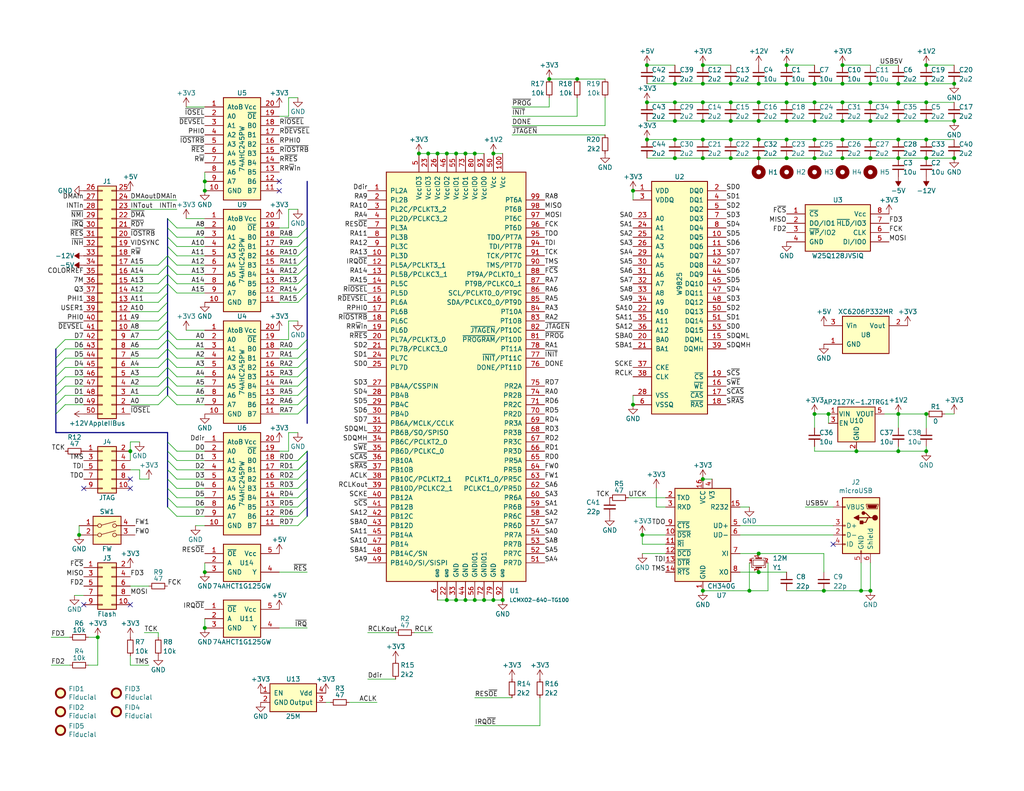
<source format=kicad_sch>
(kicad_sch (version 20230121) (generator eeschema)

  (uuid a29f8df0-3fae-4edf-8d9c-bd5a875b13e3)

  (paper "USLetter")

  (title_block
    (title "GR8RAM (GW4205B) - LCMXO2-640 / LCMXO2-1200")
    (date "2024-03-26")
    (rev "1.0")
    (company "Garrett's Workshop")
  )

  

  (junction (at 214.63 27.94) (diameter 0) (color 0 0 0 0)
    (uuid 022502e0-e724-4b75-bc35-3c5984dbeb76)
  )
  (junction (at 237.49 38.1) (diameter 0) (color 0 0 0 0)
    (uuid 02906903-531f-4284-99a4-4f72393687a1)
  )
  (junction (at 224.79 161.29) (diameter 0) (color 0 0 0 0)
    (uuid 0437abb6-6365-4357-8114-e2d537d2d6da)
  )
  (junction (at 214.63 17.78) (diameter 0) (color 0 0 0 0)
    (uuid 065b9982-55f2-4822-977e-07e8a06e7b35)
  )
  (junction (at 191.77 43.18) (diameter 0) (color 0 0 0 0)
    (uuid 09bbea88-8bd7-48ec-baae-1b4a9a11a40e)
  )
  (junction (at 207.01 151.13) (diameter 0) (color 0 0 0 0)
    (uuid 0a70b943-2fa3-44f1-a9b3-135884e77bbe)
  )
  (junction (at 55.88 171.45) (diameter 0) (color 0 0 0 0)
    (uuid 0c1c4bf2-ad38-424d-b397-78a2a50712de)
  )
  (junction (at 191.77 38.1) (diameter 0) (color 0 0 0 0)
    (uuid 0fb27e11-fde6-4a25-adbb-e9684771b369)
  )
  (junction (at 184.15 33.02) (diameter 0) (color 0 0 0 0)
    (uuid 10804897-8051-4a12-9b89-db1ec1525e87)
  )
  (junction (at 229.87 38.1) (diameter 0) (color 0 0 0 0)
    (uuid 10b20c6b-8045-46d1-a965-0d7dd9a1b5fa)
  )
  (junction (at 191.77 33.02) (diameter 0) (color 0 0 0 0)
    (uuid 10dc8b81-0e79-4f5d-bb6c-434f63082b78)
  )
  (junction (at 176.53 27.94) (diameter 0) (color 0 0 0 0)
    (uuid 13153c59-a7e3-4093-88d8-f3fd0a68cdb2)
  )
  (junction (at 55.88 52.07) (diameter 0) (color 0 0 0 0)
    (uuid 1765d6b9-ca0e-49c2-8c3c-8ab35eb3909b)
  )
  (junction (at 252.73 17.78) (diameter 0) (color 0 0 0 0)
    (uuid 19bf9e2e-868b-4293-8c05-08ea270a2506)
  )
  (junction (at 237.49 22.86) (diameter 0) (color 0 0 0 0)
    (uuid 1bdf1324-ef7d-4f4d-9a41-28e9c858651e)
  )
  (junction (at 245.11 33.02) (diameter 0) (color 0 0 0 0)
    (uuid 1e44b557-46a8-49a6-bd8b-2970d111d2e3)
  )
  (junction (at 134.62 163.83) (diameter 0) (color 0 0 0 0)
    (uuid 20e5277b-a5e8-4eb4-a1be-51eb38a17baa)
  )
  (junction (at 121.92 163.83) (diameter 0) (color 0 0 0 0)
    (uuid 211de15d-a6d0-475b-b5c8-53f696fdcc1e)
  )
  (junction (at 245.11 123.19) (diameter 0) (color 0 0 0 0)
    (uuid 22204a20-8000-43a4-8a59-0c8fb5a490a1)
  )
  (junction (at 214.63 38.1) (diameter 0) (color 0 0 0 0)
    (uuid 2a441f61-9bf6-402b-9f49-cde78512d59b)
  )
  (junction (at 127 41.91) (diameter 0) (color 0 0 0 0)
    (uuid 2bcf999d-cd8a-498d-8d5e-19519789ac8d)
  )
  (junction (at 260.35 33.02) (diameter 0) (color 0 0 0 0)
    (uuid 2daec3e6-c3ed-4fc0-9b25-938d9f33af02)
  )
  (junction (at 21.59 146.05) (diameter 0) (color 0 0 0 0)
    (uuid 2dc66f7e-d85d-4081-ae71-fd8851d6aeda)
  )
  (junction (at 157.48 21.59) (diameter 0) (color 0 0 0 0)
    (uuid 308e3432-1c57-47be-87dd-da0d0866399c)
  )
  (junction (at 245.11 27.94) (diameter 0) (color 0 0 0 0)
    (uuid 34ce7009-187e-4541-a14e-708b3a2903d9)
  )
  (junction (at 176.53 38.1) (diameter 0) (color 0 0 0 0)
    (uuid 35d28611-846d-4914-a4f9-4570b5046574)
  )
  (junction (at 245.11 38.1) (diameter 0) (color 0 0 0 0)
    (uuid 3656bb3f-f8a4-4f3a-8e9a-ec6203c87a56)
  )
  (junction (at 184.15 27.94) (diameter 0) (color 0 0 0 0)
    (uuid 3f33461e-6a88-45fa-a39f-cc641394734b)
  )
  (junction (at 237.49 27.94) (diameter 0) (color 0 0 0 0)
    (uuid 3fa05934-8ad1-40a9-af5c-98ad298eb412)
  )
  (junction (at 207.01 22.86) (diameter 0) (color 0 0 0 0)
    (uuid 4fdee335-b6df-4cd6-990a-be6774a4f35f)
  )
  (junction (at 149.86 21.59) (diameter 0) (color 0 0 0 0)
    (uuid 50313af7-29fc-4aa3-b727-6efa33193871)
  )
  (junction (at 35.56 123.19) (diameter 0) (color 0 0 0 0)
    (uuid 54995369-ee78-42ef-b356-18a8920616da)
  )
  (junction (at 184.15 38.1) (diameter 0) (color 0 0 0 0)
    (uuid 5770763d-6825-49a2-8bcf-06540091cf7a)
  )
  (junction (at 119.38 41.91) (diameter 0) (color 0 0 0 0)
    (uuid 6264f1c1-98f2-4022-bb4e-2eb48e53f778)
  )
  (junction (at 207.01 33.02) (diameter 0) (color 0 0 0 0)
    (uuid 66ca01b3-51ff-4294-9b77-4492e98f6aec)
  )
  (junction (at 127 163.83) (diameter 0) (color 0 0 0 0)
    (uuid 6865c684-cff7-4cd8-9885-f3b7458ab569)
  )
  (junction (at 26.67 173.99) (diameter 0) (color 0 0 0 0)
    (uuid 6a61ffb9-4481-40f5-a4be-b3d72cc466e2)
  )
  (junction (at 252.73 43.18) (diameter 0) (color 0 0 0 0)
    (uuid 6c183445-4d30-455d-a1f5-539b79d4b5cb)
  )
  (junction (at 134.62 41.91) (diameter 0) (color 0 0 0 0)
    (uuid 6d36ff47-85d2-4bbd-aa61-88d3f31df400)
  )
  (junction (at 199.39 27.94) (diameter 0) (color 0 0 0 0)
    (uuid 7274c82d-0cb9-47de-b093-7d848f491410)
  )
  (junction (at 233.68 123.19) (diameter 0) (color 0 0 0 0)
    (uuid 7a1644f4-da52-40f4-a904-03a98db62f09)
  )
  (junction (at 252.73 33.02) (diameter 0) (color 0 0 0 0)
    (uuid 7b4762e7-77bb-481d-ba04-f793e0a6abf3)
  )
  (junction (at 252.73 113.03) (diameter 0) (color 0 0 0 0)
    (uuid 7d204f5b-eb71-4af6-ba55-6e1706ad30fe)
  )
  (junction (at 229.87 22.86) (diameter 0) (color 0 0 0 0)
    (uuid 80c4f615-fe06-4055-b547-a67fd424538a)
  )
  (junction (at 204.47 161.29) (diameter 0) (color 0 0 0 0)
    (uuid 866cc9f6-1cc4-4653-a8be-a297f477827a)
  )
  (junction (at 237.49 33.02) (diameter 0) (color 0 0 0 0)
    (uuid 87ba184f-bff5-4989-8217-6af375cc3dd8)
  )
  (junction (at 121.92 41.91) (diameter 0) (color 0 0 0 0)
    (uuid 87eb8d1f-fcc7-4edf-99c5-8cb37abd6407)
  )
  (junction (at 55.88 49.53) (diameter 0) (color 0 0 0 0)
    (uuid 8ade7975-64a0-440a-8545-11958836bf48)
  )
  (junction (at 214.63 33.02) (diameter 0) (color 0 0 0 0)
    (uuid 8b3ba7fc-20b6-43c4-a020-80151e1caecc)
  )
  (junction (at 199.39 43.18) (diameter 0) (color 0 0 0 0)
    (uuid 8b963561-586b-4575-b721-87e7914602c6)
  )
  (junction (at 245.11 113.03) (diameter 0) (color 0 0 0 0)
    (uuid 8c0f88b5-303f-40ca-95f8-f7522d83656d)
  )
  (junction (at 191.77 161.29) (diameter 0) (color 0 0 0 0)
    (uuid 8f2d4a89-4dd2-451a-bd91-d067e91384e0)
  )
  (junction (at 172.72 52.07) (diameter 0) (color 0 0 0 0)
    (uuid 8fc062a7-114d-48eb-a8f8-71128838f380)
  )
  (junction (at 207.01 38.1) (diameter 0) (color 0 0 0 0)
    (uuid 90dcd4ff-861c-4f35-aa5f-4ec5fa685df6)
  )
  (junction (at 222.25 113.03) (diameter 0) (color 0 0 0 0)
    (uuid 93a559c8-97da-47c1-8d23-6dd7282fc30c)
  )
  (junction (at 132.08 163.83) (diameter 0) (color 0 0 0 0)
    (uuid 9559df4d-9461-4aa3-a3ab-5490816fb124)
  )
  (junction (at 191.77 130.81) (diameter 0) (color 0 0 0 0)
    (uuid 9596e4bc-977c-4247-b1d9-05bbfb34ae02)
  )
  (junction (at 129.54 41.91) (diameter 0) (color 0 0 0 0)
    (uuid 989202af-2a47-4f31-8922-d0a9db7ba97f)
  )
  (junction (at 229.87 33.02) (diameter 0) (color 0 0 0 0)
    (uuid 9e2492fd-e074-42db-8129-fe39460dc1e0)
  )
  (junction (at 237.49 43.18) (diameter 0) (color 0 0 0 0)
    (uuid a2eefd7b-6d7e-4369-929c-af4c7c384981)
  )
  (junction (at 229.87 27.94) (diameter 0) (color 0 0 0 0)
    (uuid ad123c82-8eb5-42a4-a6e6-a5a116411fdd)
  )
  (junction (at 222.25 33.02) (diameter 0) (color 0 0 0 0)
    (uuid af758230-288a-4391-86a3-c580acfdea4c)
  )
  (junction (at 191.77 22.86) (diameter 0) (color 0 0 0 0)
    (uuid afa97180-1a7d-40b6-9538-c57db367999a)
  )
  (junction (at 207.01 156.21) (diameter 0) (color 0 0 0 0)
    (uuid b5ad0d15-22b6-477a-ac91-25ad942c21db)
  )
  (junction (at 199.39 22.86) (diameter 0) (color 0 0 0 0)
    (uuid b66b83a0-313f-4b03-b851-c6e9577a6eb7)
  )
  (junction (at 55.88 156.21) (diameter 0) (color 0 0 0 0)
    (uuid b794d099-f823-4d35-9755-ca1c45247ee9)
  )
  (junction (at 199.39 38.1) (diameter 0) (color 0 0 0 0)
    (uuid b8c8c7a1-d546-4878-9de9-463ec76dff98)
  )
  (junction (at 252.73 27.94) (diameter 0) (color 0 0 0 0)
    (uuid c593491c-ec91-4b5b-beac-1de90725bd7b)
  )
  (junction (at 229.87 17.78) (diameter 0) (color 0 0 0 0)
    (uuid c693a515-8093-4d5b-b9bf-334dff5f7b83)
  )
  (junction (at 184.15 43.18) (diameter 0) (color 0 0 0 0)
    (uuid c8c216aa-7768-49e6-bff2-36ed2c91e3f6)
  )
  (junction (at 222.25 27.94) (diameter 0) (color 0 0 0 0)
    (uuid cb02d036-232b-4d6d-b0b4-961f78cb5e70)
  )
  (junction (at 114.3 41.91) (diameter 0) (color 0 0 0 0)
    (uuid cba3fca6-48f0-4345-a5f0-9bfa029d8fc8)
  )
  (junction (at 252.73 38.1) (diameter 0) (color 0 0 0 0)
    (uuid ccf2d526-7f49-4fa6-8853-ec3252fef3bf)
  )
  (junction (at 214.63 22.86) (diameter 0) (color 0 0 0 0)
    (uuid cd17f08e-5cba-4621-8cc4-973929772807)
  )
  (junction (at 214.63 43.18) (diameter 0) (color 0 0 0 0)
    (uuid ce7b5210-765d-4855-bbb3-0ef10b97e821)
  )
  (junction (at 172.72 110.49) (diameter 0) (color 0 0 0 0)
    (uuid d0cd3439-276c-41ba-b38d-f84f6da38415)
  )
  (junction (at 260.35 22.86) (diameter 0) (color 0 0 0 0)
    (uuid d33675b9-acfc-4edc-92d2-0b105a57b19c)
  )
  (junction (at 222.25 22.86) (diameter 0) (color 0 0 0 0)
    (uuid d3798a45-8d5c-4a00-80c5-1899f3fffe6b)
  )
  (junction (at 207.01 27.94) (diameter 0) (color 0 0 0 0)
    (uuid d655bb0a-cbf9-4908-ad60-7024ff468fbd)
  )
  (junction (at 175.26 146.05) (diameter 0) (color 0 0 0 0)
    (uuid d9127ed4-2057-4a37-99d9-9564ed19e399)
  )
  (junction (at 252.73 22.86) (diameter 0) (color 0 0 0 0)
    (uuid d92ed510-2589-4d95-9734-272280536f73)
  )
  (junction (at 237.49 161.29) (diameter 0) (color 0 0 0 0)
    (uuid dbe1786c-b436-42a5-bdc9-1895b4d52a4e)
  )
  (junction (at 191.77 27.94) (diameter 0) (color 0 0 0 0)
    (uuid dbfc7e42-552a-4494-a451-c4ef6ddc5ed3)
  )
  (junction (at 245.11 22.86) (diameter 0) (color 0 0 0 0)
    (uuid dcfaa9a0-4311-418d-9bec-92db07477d76)
  )
  (junction (at 234.95 161.29) (diameter 0) (color 0 0 0 0)
    (uuid dda9c0b0-306f-4179-9160-4e642a3320f3)
  )
  (junction (at 199.39 33.02) (diameter 0) (color 0 0 0 0)
    (uuid de552ae9-cde6-4643-8cc7-9de2579dadae)
  )
  (junction (at 184.15 22.86) (diameter 0) (color 0 0 0 0)
    (uuid e3506e1c-8348-4de3-924e-466459c15838)
  )
  (junction (at 176.53 17.78) (diameter 0) (color 0 0 0 0)
    (uuid e5623370-8c36-40dc-a32f-38bfc25e52ab)
  )
  (junction (at 124.46 163.83) (diameter 0) (color 0 0 0 0)
    (uuid e580c1d1-f2af-469d-80f9-7abdf4efbba9)
  )
  (junction (at 260.35 43.18) (diameter 0) (color 0 0 0 0)
    (uuid e778072e-d6a9-4b06-b15a-c71e5351616b)
  )
  (junction (at 129.54 163.83) (diameter 0) (color 0 0 0 0)
    (uuid e8c43b12-b522-4a2e-a649-33387367b86a)
  )
  (junction (at 245.11 43.18) (diameter 0) (color 0 0 0 0)
    (uuid eb6a726e-fed9-4891-95fa-b4d4a5f77b35)
  )
  (junction (at 207.01 43.18) (diameter 0) (color 0 0 0 0)
    (uuid ec8da9e3-49a5-4279-9d3a-5934986ee18c)
  )
  (junction (at 191.77 17.78) (diameter 0) (color 0 0 0 0)
    (uuid eccc3abe-9722-44b0-82d1-fe2f045a438f)
  )
  (junction (at 226.06 113.03) (diameter 0) (color 0 0 0 0)
    (uuid f3d50286-4863-4fab-abb9-554b94f7e8b5)
  )
  (junction (at 222.25 38.1) (diameter 0) (color 0 0 0 0)
    (uuid f503ea07-bcf1-4924-930a-6f7e9cd312f8)
  )
  (junction (at 229.87 43.18) (diameter 0) (color 0 0 0 0)
    (uuid f6a3288e-9575-42bb-af05-a920d59aded8)
  )
  (junction (at 116.84 41.91) (diameter 0) (color 0 0 0 0)
    (uuid f8be3ae0-f203-407b-88fc-3e8cd7f35e13)
  )
  (junction (at 124.46 41.91) (diameter 0) (color 0 0 0 0)
    (uuid fc7f7ed1-d3cc-4297-9d8c-9f9b979b195e)
  )
  (junction (at 252.73 123.19) (diameter 0) (color 0 0 0 0)
    (uuid fd8eb6bb-387a-460f-b161-b4dab6d472d0)
  )
  (junction (at 222.25 43.18) (diameter 0) (color 0 0 0 0)
    (uuid fe6d9604-2924-4f38-950b-a31e8a281973)
  )
  (junction (at 137.16 163.83) (diameter 0) (color 0 0 0 0)
    (uuid ffab4730-6c32-4f0d-811a-1bdfadf8a9ae)
  )

  (no_connect (at 22.86 165.1) (uuid 015f5586-ba76-4a98-9114-f5cd2c67134d))
  (no_connect (at 227.33 148.59) (uuid 0aec6fd3-b203-40c6-abfd-574b16ddc913))
  (no_connect (at 22.86 133.35) (uuid 1cb22080-0f59-4c18-a6e6-8685ef44ec53))
  (no_connect (at 76.2 52.07) (uuid 341dde39-440e-4d05-8def-6a5cecefd88c))
  (no_connect (at 35.56 165.1) (uuid 541721d1-074b-496e-a833-813044b3e8ca))
  (no_connect (at 35.56 130.81) (uuid 8bdea5f6-7a53-427a-92b8-fd15994c2e8c))
  (no_connect (at 35.56 133.35) (uuid a599509f-fbb9-4db4-9adf-9e96bab1138d))
  (no_connect (at 76.2 49.53) (uuid e7893166-2c2c-41b4-bd84-76ebc2e06551))

  (bus_entry (at 83.82 77.47) (size -2.54 2.54)
    (stroke (width 0) (type default))
    (uuid 008da5b9-6f95-4113-b7d0-d93ac62efd33)
  )
  (bus_entry (at 45.72 80.01) (size -2.54 2.54)
    (stroke (width 0) (type default))
    (uuid 009b5465-0a65-4237-93e7-eb65321eeb18)
  )
  (bus_entry (at 45.72 82.55) (size -2.54 2.54)
    (stroke (width 0) (type default))
    (uuid 00f3ea8b-8a54-4e56-84ff-d98f6c00496c)
  )
  (bus_entry (at 15.24 97.79) (size 2.54 -2.54)
    (stroke (width 0) (type default))
    (uuid 014d13cd-26ad-4d0e-86ad-a43b541cab14)
  )
  (bus_entry (at 81.28 100.33) (size 2.54 -2.54)
    (stroke (width 0) (type default))
    (uuid 04cf2f2c-74bf-400d-b4f6-201720df00ed)
  )
  (bus_entry (at 48.26 110.49) (size -2.54 -2.54)
    (stroke (width 0) (type default))
    (uuid 0a1a4d88-972a-46ce-b25e-6cb796bd41f7)
  )
  (bus_entry (at 81.28 140.97) (size 2.54 -2.54)
    (stroke (width 0) (type default))
    (uuid 0ceb97d6-1b0f-4b71-921e-b0955c30c998)
  )
  (bus_entry (at 83.82 64.77) (size -2.54 2.54)
    (stroke (width 0) (type default))
    (uuid 0fafc6b9-fd35-4a55-9270-7a8e7ce3cb13)
  )
  (bus_entry (at 45.72 97.79) (size -2.54 2.54)
    (stroke (width 0) (type default))
    (uuid 1199146e-a60b-416a-b503-e77d6d2892f9)
  )
  (bus_entry (at 81.28 143.51) (size 2.54 -2.54)
    (stroke (width 0) (type default))
    (uuid 1241b7f2-e266-4f5c-8a97-9f0f9d0eef37)
  )
  (bus_entry (at 81.28 128.27) (size 2.54 -2.54)
    (stroke (width 0) (type default))
    (uuid 18c61c95-8af1-4986-b67e-c7af9c15ab6b)
  )
  (bus_entry (at 45.72 123.19) (size 2.54 2.54)
    (stroke (width 0) (type default))
    (uuid 18d11f32-e1a6-4f29-8e3c-0bfeb07299bd)
  )
  (bus_entry (at 81.28 97.79) (size 2.54 -2.54)
    (stroke (width 0) (type default))
    (uuid 1bdd5841-68b7-42e2-9447-cbdb608d8a08)
  )
  (bus_entry (at 45.72 77.47) (size -2.54 2.54)
    (stroke (width 0) (type default))
    (uuid 221bef83-3ea7-4d3f-adeb-53a8a07c6273)
  )
  (bus_entry (at 83.82 67.31) (size -2.54 2.54)
    (stroke (width 0) (type default))
    (uuid 27b2eb82-662b-42d8-90e6-830fec4bb8d2)
  )
  (bus_entry (at 81.28 105.41) (size 2.54 -2.54)
    (stroke (width 0) (type default))
    (uuid 2878a73c-5447-4cd9-8194-14f52ab9459c)
  )
  (bus_entry (at 45.72 72.39) (size 2.54 2.54)
    (stroke (width 0) (type default))
    (uuid 29bb7297-26fb-4776-9266-2355d022bab0)
  )
  (bus_entry (at 48.26 95.25) (size -2.54 -2.54)
    (stroke (width 0) (type default))
    (uuid 30c33e3e-fb78-498d-bffe-76273d527004)
  )
  (bus_entry (at 81.28 133.35) (size 2.54 -2.54)
    (stroke (width 0) (type default))
    (uuid 35ef9c4a-35f6-467b-a704-b1d9354880cf)
  )
  (bus_entry (at 45.72 77.47) (size 2.54 2.54)
    (stroke (width 0) (type default))
    (uuid 36d783e7-096f-4c97-9672-7e08c083b87b)
  )
  (bus_entry (at 15.24 107.95) (size 2.54 -2.54)
    (stroke (width 0) (type default))
    (uuid 443bc73a-8dc0-4e2f-a292-a5eff00efa5b)
  )
  (bus_entry (at 81.28 107.95) (size 2.54 -2.54)
    (stroke (width 0) (type default))
    (uuid 44646447-0a8e-4aec-a74e-22bf765d0f33)
  )
  (bus_entry (at 45.72 107.95) (size -2.54 2.54)
    (stroke (width 0) (type default))
    (uuid 477892a1-722e-4cda-bb6c-fcdb8ba5f93e)
  )
  (bus_entry (at 45.72 102.87) (size -2.54 2.54)
    (stroke (width 0) (type default))
    (uuid 479331ff-c540-41f4-84e6-b48d65171e59)
  )
  (bus_entry (at 45.72 72.39) (size -2.54 2.54)
    (stroke (width 0) (type default))
    (uuid 4ba06b66-7669-4c70-b585-f5d4c9c33527)
  )
  (bus_entry (at 45.72 64.77) (size 2.54 2.54)
    (stroke (width 0) (type default))
    (uuid 4c843bdb-6c9e-40dd-85e2-0567846e18ba)
  )
  (bus_entry (at 45.72 85.09) (size -2.54 2.54)
    (stroke (width 0) (type default))
    (uuid 4d586a18-26c5-441e-a9ff-8125ee516126)
  )
  (bus_entry (at 81.28 128.27) (size 2.54 -2.54)
    (stroke (width 0) (type default))
    (uuid 4e27930e-1827-4788-aa6b-487321d46602)
  )
  (bus_entry (at 48.26 102.87) (size -2.54 -2.54)
    (stroke (width 0) (type default))
    (uuid 57276367-9ce4-4738-88d7-6e8cb94c966c)
  )
  (bus_entry (at 48.26 97.79) (size -2.54 -2.54)
    (stroke (width 0) (type default))
    (uuid 5b0a5a46-7b51-4262-a80e-d33dd1806615)
  )
  (bus_entry (at 83.82 74.93) (size -2.54 2.54)
    (stroke (width 0) (type default))
    (uuid 5d3d7893-1d11-4f1d-9052-85cf0e07d281)
  )
  (bus_entry (at 45.72 59.69) (size 2.54 2.54)
    (stroke (width 0) (type default))
    (uuid 60aa0ce8-9d0e-48ca-bbf9-866403979e9b)
  )
  (bus_entry (at 45.72 95.25) (size -2.54 2.54)
    (stroke (width 0) (type default))
    (uuid 60ff6322-62e2-4602-9bc0-7a0f0a5ecfbf)
  )
  (bus_entry (at 81.28 125.73) (size 2.54 -2.54)
    (stroke (width 0) (type default))
    (uuid 6241e6d3-a754-45b6-9f7c-e43019b93226)
  )
  (bus_entry (at 45.72 120.65) (size 2.54 2.54)
    (stroke (width 0) (type default))
    (uuid 6325c32f-c82a-4357-b022-f9c7e76f412e)
  )
  (bus_entry (at 15.24 102.87) (size 2.54 -2.54)
    (stroke (width 0) (type default))
    (uuid 633292d3-80c5-4986-be82-ce926e9f09f4)
  )
  (bus_entry (at 83.82 92.71) (size -2.54 2.54)
    (stroke (width 0) (type default))
    (uuid 63c56ea4-91a3-4172-b9de-a4388cc8f894)
  )
  (bus_entry (at 83.82 62.23) (size -2.54 2.54)
    (stroke (width 0) (type default))
    (uuid 66218487-e316-4467-9eba-79d4626ab24e)
  )
  (bus_entry (at 45.72 130.81) (size 2.54 2.54)
    (stroke (width 0) (type default))
    (uuid 6afc19cf-38b4-47a3-bc2b-445b18724310)
  )
  (bus_entry (at 45.72 62.23) (size 2.54 2.54)
    (stroke (width 0) (type default))
    (uuid 6ffdf05e-e119-49f9-85e9-13e4901df42a)
  )
  (bus_entry (at 45.72 67.31) (size 2.54 2.54)
    (stroke (width 0) (type default))
    (uuid 72b36951-3ec7-4569-9c88-cf9b4afe1cae)
  )
  (bus_entry (at 15.24 100.33) (size 2.54 -2.54)
    (stroke (width 0) (type default))
    (uuid 7744b6ee-910d-401d-b730-65c35d3d8092)
  )
  (bus_entry (at 83.82 72.39) (size -2.54 2.54)
    (stroke (width 0) (type default))
    (uuid 79476267-290e-445f-995b-0afd0e11a4b5)
  )
  (bus_entry (at 15.24 113.03) (size 2.54 -2.54)
    (stroke (width 0) (type default))
    (uuid 83021f70-e61e-4ad3-bae7-b9f02b28be4f)
  )
  (bus_entry (at 45.72 128.27) (size 2.54 2.54)
    (stroke (width 0) (type default))
    (uuid 84d296ba-3d39-4264-ad19-947f90c54396)
  )
  (bus_entry (at 83.82 69.85) (size -2.54 2.54)
    (stroke (width 0) (type default))
    (uuid 8b290a17-6328-4178-9131-29524d345539)
  )
  (bus_entry (at 45.72 87.63) (size -2.54 2.54)
    (stroke (width 0) (type default))
    (uuid 9186fd02-f30d-4e17-aa38-378ab73e3908)
  )
  (bus_entry (at 81.28 102.87) (size 2.54 -2.54)
    (stroke (width 0) (type default))
    (uuid 955cc99e-a129-42cf-abc7-aa99813fdb5f)
  )
  (bus_entry (at 15.24 95.25) (size 2.54 -2.54)
    (stroke (width 0) (type default))
    (uuid a25b7e01-1754-4cc9-8a14-3d9c461e5af5)
  )
  (bus_entry (at 81.28 138.43) (size 2.54 -2.54)
    (stroke (width 0) (type default))
    (uuid a7f25f41-0b4c-4430-b6cd-b2160b2db099)
  )
  (bus_entry (at 45.72 125.73) (size 2.54 2.54)
    (stroke (width 0) (type default))
    (uuid a90361cd-254c-4d27-ae1f-9a6c85bafe28)
  )
  (bus_entry (at 45.72 90.17) (size -2.54 2.54)
    (stroke (width 0) (type default))
    (uuid aa130053-a451-4f12-97f7-3d4d891a5f83)
  )
  (bus_entry (at 83.82 80.01) (size -2.54 2.54)
    (stroke (width 0) (type default))
    (uuid aeb03be9-98f0-43f6-9432-1bb35aa04bab)
  )
  (bus_entry (at 45.72 105.41) (size -2.54 2.54)
    (stroke (width 0) (type default))
    (uuid b09666f9-12f1-4ee9-8877-2292c94258ca)
  )
  (bus_entry (at 45.72 74.93) (size -2.54 2.54)
    (stroke (width 0) (type default))
    (uuid b52d6ff3-fef1-496e-8dd5-ebb89b6bce6a)
  )
  (bus_entry (at 81.28 135.89) (size 2.54 -2.54)
    (stroke (width 0) (type default))
    (uuid b8b961e9-8a60-45fc-999a-a7a3baff4e0d)
  )
  (bus_entry (at 45.72 69.85) (size -2.54 2.54)
    (stroke (width 0) (type default))
    (uuid bc0dbc57-3ae8-4ce5-a05c-2d6003bba475)
  )
  (bus_entry (at 48.26 105.41) (size -2.54 -2.54)
    (stroke (width 0) (type default))
    (uuid bdf40d30-88ff-4479-bad1-69529464b61b)
  )
  (bus_entry (at 81.28 113.03) (size 2.54 -2.54)
    (stroke (width 0) (type default))
    (uuid c25449d6-d734-4953-b762-98f82a830248)
  )
  (bus_entry (at 48.26 92.71) (size -2.54 -2.54)
    (stroke (width 0) (type default))
    (uuid c3b3d7f4-943f-4cff-b180-87ef3e1bcbff)
  )
  (bus_entry (at 81.28 130.81) (size 2.54 -2.54)
    (stroke (width 0) (type default))
    (uuid c8a44971-63c1-4a19-879d-b6647b2dc08d)
  )
  (bus_entry (at 45.72 138.43) (size 2.54 2.54)
    (stroke (width 0) (type default))
    (uuid c8a7af6e-c432-4fa3-91ee-c8bf0c5a9ebe)
  )
  (bus_entry (at 48.26 107.95) (size -2.54 -2.54)
    (stroke (width 0) (type default))
    (uuid c9b9e62d-dede-4d1a-9a05-275614f8bdb2)
  )
  (bus_entry (at 45.72 74.93) (size 2.54 2.54)
    (stroke (width 0) (type default))
    (uuid cb6062da-8dcd-4826-92fd-4071e9e97213)
  )
  (bus_entry (at 45.72 100.33) (size -2.54 2.54)
    (stroke (width 0) (type default))
    (uuid cc15f583-a41b-43af-ba94-a75455506a96)
  )
  (bus_entry (at 15.24 110.49) (size 2.54 -2.54)
    (stroke (width 0) (type default))
    (uuid cc75e5ae-3348-4e7a-bd16-4df685ee47bd)
  )
  (bus_entry (at 45.72 135.89) (size 2.54 2.54)
    (stroke (width 0) (type default))
    (uuid d01102e9-b170-4eb1-a0a4-9a31feb850b7)
  )
  (bus_entry (at 81.28 110.49) (size 2.54 -2.54)
    (stroke (width 0) (type default))
    (uuid d7e4abd8-69f5-4706-b12e-898194e5bf56)
  )
  (bus_entry (at 15.24 105.41) (size 2.54 -2.54)
    (stroke (width 0) (type default))
    (uuid dda1e6ca-91ec-4136-b90b-3c54d79454b9)
  )
  (bus_entry (at 48.26 100.33) (size -2.54 -2.54)
    (stroke (width 0) (type default))
    (uuid e5217a0c-7f55-4c30-adda-7f8d95709d1b)
  )
  (bus_entry (at 45.72 92.71) (size -2.54 2.54)
    (stroke (width 0) (type default))
    (uuid e7369115-d491-4ef3-be3d-f5298992c3e8)
  )
  (bus_entry (at 45.72 69.85) (size 2.54 2.54)
    (stroke (width 0) (type default))
    (uuid eb8d02e9-145c-465d-b6a8-bae84d47a94b)
  )
  (bus_entry (at 81.28 125.73) (size 2.54 -2.54)
    (stroke (width 0) (type default))
    (uuid f357ddb5-3f44-43b0-b00d-d64f5c62ba4a)
  )
  (bus_entry (at 45.72 133.35) (size 2.54 2.54)
    (stroke (width 0) (type default))
    (uuid fe14c012-3d58-4e5e-9a37-4b9765a7f764)
  )

  (wire (pts (xy 245.11 116.84) (xy 245.11 113.03))
    (stroke (width 0) (type default))
    (uuid 0008c943-3dd6-4a01-96aa-0394a71c6a7b)
  )
  (wire (pts (xy 172.72 110.49) (xy 172.72 107.95))
    (stroke (width 0) (type default))
    (uuid 00e38d63-5436-49db-81f5-697421f168fc)
  )
  (wire (pts (xy 48.26 64.77) (xy 55.88 64.77))
    (stroke (width 0) (type default))
    (uuid 011ee658-718d-416a-85fd-961729cd1ee5)
  )
  (wire (pts (xy 234.95 161.29) (xy 224.79 161.29))
    (stroke (width 0) (type default))
    (uuid 012317a0-a7f6-48c1-9cec-ba02741e5149)
  )
  (wire (pts (xy 175.26 151.13) (xy 181.61 151.13))
    (stroke (width 0) (type default))
    (uuid 03c28709-452b-41bb-8209-ee7ff5f7e12d)
  )
  (wire (pts (xy 214.63 17.78) (xy 222.25 17.78))
    (stroke (width 0) (type default))
    (uuid 046ca2d8-3ca1-4c64-8090-c45e9adcf30e)
  )
  (wire (pts (xy 76.2 171.45) (xy 83.82 171.45))
    (stroke (width 0) (type default))
    (uuid 04c42447-3a15-45bf-b312-4da0f11e13c4)
  )
  (wire (pts (xy 147.32 190.5) (xy 147.32 198.12))
    (stroke (width 0) (type default))
    (uuid 050d5041-75ed-4f73-97bb-8f38dab85f59)
  )
  (wire (pts (xy 35.56 102.87) (xy 43.18 102.87))
    (stroke (width 0) (type default))
    (uuid 0520f61d-4522-4301-a3fa-8ed0bf060f69)
  )
  (wire (pts (xy 43.18 172.72) (xy 39.37 172.72))
    (stroke (width 0) (type default))
    (uuid 0554bea0-89b2-4e25-9ea3-4c73921c94cb)
  )
  (bus (pts (xy 45.72 102.87) (xy 45.72 105.41))
    (stroke (width 0) (type default))
    (uuid 06aa4d63-54fd-4ea9-bc14-d46ce29463e8)
  )

  (wire (pts (xy 13.97 181.61) (xy 19.05 181.61))
    (stroke (width 0) (type default))
    (uuid 074cd8c5-45d2-48a0-908b-0c1a4ca96a27)
  )
  (wire (pts (xy 222.25 43.18) (xy 229.87 43.18))
    (stroke (width 0) (type default))
    (uuid 082aed28-f9e8-49e7-96ee-b5aa9f0319c7)
  )
  (bus (pts (xy 83.82 80.01) (xy 83.82 92.71))
    (stroke (width 0) (type default))
    (uuid 09021c9d-fb5f-49e1-ba7c-c21435e561a6)
  )

  (wire (pts (xy 237.49 153.67) (xy 237.49 161.29))
    (stroke (width 0) (type default))
    (uuid 0beb6602-b993-47d2-88a4-0194904b3286)
  )
  (wire (pts (xy 121.92 41.91) (xy 124.46 41.91))
    (stroke (width 0) (type default))
    (uuid 0c61f4d7-6c32-4738-bdcf-607d90c6cd78)
  )
  (wire (pts (xy 17.78 95.25) (xy 22.86 95.25))
    (stroke (width 0) (type default))
    (uuid 0cbeb329-a88d-4a47-a5c2-a1d693de2f8c)
  )
  (bus (pts (xy 45.72 95.25) (xy 45.72 97.79))
    (stroke (width 0) (type default))
    (uuid 0db3a4ae-3ea3-4c7e-8e92-2deac5406ee4)
  )
  (bus (pts (xy 83.82 69.85) (xy 83.82 72.39))
    (stroke (width 0) (type default))
    (uuid 0e1dff80-5beb-4f26-bd8b-beb7d6138194)
  )
  (bus (pts (xy 45.72 100.33) (xy 45.72 102.87))
    (stroke (width 0) (type default))
    (uuid 0e827e9d-19d0-4830-adee-e829669aa4c6)
  )
  (bus (pts (xy 15.24 113.03) (xy 15.24 118.11))
    (stroke (width 0) (type default))
    (uuid 0fa50f25-2088-41a0-bcf9-363465cb9c86)
  )
  (bus (pts (xy 83.82 49.53) (xy 83.82 62.23))
    (stroke (width 0) (type default))
    (uuid 10fa1a8c-62cb-4b8f-b916-b18d737ff71b)
  )

  (wire (pts (xy 76.2 143.51) (xy 81.28 143.51))
    (stroke (width 0) (type default))
    (uuid 12a24e86-2c38-4685-bba9-fff8dddb4cb0)
  )
  (wire (pts (xy 35.56 120.65) (xy 38.1 120.65))
    (stroke (width 0) (type default))
    (uuid 12b8e931-eeee-431e-bf72-a18cb8cf2e90)
  )
  (wire (pts (xy 260.35 27.94) (xy 252.73 27.94))
    (stroke (width 0) (type default))
    (uuid 13d8cd78-bf5c-4899-a105-46ef76a1b75b)
  )
  (wire (pts (xy 35.56 87.63) (xy 43.18 87.63))
    (stroke (width 0) (type default))
    (uuid 143ed874-a01f-4ced-ba4e-bbb66ddd1f70)
  )
  (wire (pts (xy 76.2 156.21) (xy 83.82 156.21))
    (stroke (width 0) (type default))
    (uuid 15521fac-245b-41ae-8ce3-8d37b5e09f06)
  )
  (wire (pts (xy 184.15 38.1) (xy 191.77 38.1))
    (stroke (width 0) (type default))
    (uuid 162e5bdd-61a8-46a3-8485-826b5d58e1a1)
  )
  (wire (pts (xy 229.87 43.18) (xy 237.49 43.18))
    (stroke (width 0) (type default))
    (uuid 165f4d8d-26a9-4cf2-a8d6-9936cd983be4)
  )
  (wire (pts (xy 132.08 163.83) (xy 134.62 163.83))
    (stroke (width 0) (type default))
    (uuid 16e03cb5-73d2-4813-8478-4a100c3a1430)
  )
  (wire (pts (xy 171.45 135.89) (xy 181.61 135.89))
    (stroke (width 0) (type default))
    (uuid 18634be7-8167-4641-91db-43ff5d89f2f4)
  )
  (wire (pts (xy 129.54 163.83) (xy 132.08 163.83))
    (stroke (width 0) (type default))
    (uuid 199429ca-7463-4f63-9f3e-12e3d2e34333)
  )
  (wire (pts (xy 245.11 123.19) (xy 233.68 123.19))
    (stroke (width 0) (type default))
    (uuid 1c0de80e-c764-4d0d-8291-57e8ed1d0e6b)
  )
  (wire (pts (xy 48.26 100.33) (xy 55.88 100.33))
    (stroke (width 0) (type default))
    (uuid 1f9ae101-c652-4998-a503-17aedf3d5746)
  )
  (bus (pts (xy 83.82 72.39) (xy 83.82 74.93))
    (stroke (width 0) (type default))
    (uuid 2003b036-8b3c-4aca-b184-4e1151380b3d)
  )

  (wire (pts (xy 76.2 107.95) (xy 81.28 107.95))
    (stroke (width 0) (type default))
    (uuid 2035ea48-3ef5-4d7f-8c3c-50981b30c89a)
  )
  (wire (pts (xy 237.49 43.18) (xy 245.11 43.18))
    (stroke (width 0) (type default))
    (uuid 20a2261f-62e5-4ad7-b439-fce5f4c7db89)
  )
  (wire (pts (xy 35.56 181.61) (xy 40.64 181.61))
    (stroke (width 0) (type default))
    (uuid 22962957-1efd-404d-83db-5b233b6c15b0)
  )
  (wire (pts (xy 48.26 135.89) (xy 55.88 135.89))
    (stroke (width 0) (type default))
    (uuid 22bb6c80-05a9-4d89-98b0-f4c23fe6c1ce)
  )
  (wire (pts (xy 219.71 138.43) (xy 227.33 138.43))
    (stroke (width 0) (type default))
    (uuid 24d15e40-2b80-460d-b70e-9d3f18ac5e2e)
  )
  (wire (pts (xy 214.63 43.18) (xy 222.25 43.18))
    (stroke (width 0) (type default))
    (uuid 25802047-e86c-4d26-a27e-a145ce4b9ee5)
  )
  (wire (pts (xy 222.25 27.94) (xy 229.87 27.94))
    (stroke (width 0) (type default))
    (uuid 25eb34a0-4bff-4078-9cef-552fc209a767)
  )
  (wire (pts (xy 157.48 31.75) (xy 157.48 26.67))
    (stroke (width 0) (type default))
    (uuid 26a03d9b-7c75-4a1d-a669-ae18975d7f45)
  )
  (wire (pts (xy 245.11 38.1) (xy 252.73 38.1))
    (stroke (width 0) (type default))
    (uuid 272c2a78-b5f5-4b61-aed3-ec69e0e92729)
  )
  (bus (pts (xy 45.72 82.55) (xy 45.72 85.09))
    (stroke (width 0) (type default))
    (uuid 27d14751-8ad8-40f8-9089-3e1fa7b928f0)
  )

  (wire (pts (xy 35.56 95.25) (xy 43.18 95.25))
    (stroke (width 0) (type default))
    (uuid 2891767f-251c-48c4-91c0-deb1b368f45c)
  )
  (wire (pts (xy 204.47 153.67) (xy 204.47 161.29))
    (stroke (width 0) (type default))
    (uuid 290a5711-eb7f-4a16-a2a9-a2847382ca3c)
  )
  (wire (pts (xy 245.11 33.02) (xy 252.73 33.02))
    (stroke (width 0) (type default))
    (uuid 291935ec-f8ff-41f0-8717-e68b8af7b8c1)
  )
  (bus (pts (xy 83.82 92.71) (xy 83.82 95.25))
    (stroke (width 0) (type default))
    (uuid 2b838b29-91e5-4403-94ec-fc802981d71e)
  )

  (wire (pts (xy 222.25 113.03) (xy 226.06 113.03))
    (stroke (width 0) (type default))
    (uuid 2c3f40c2-33cd-4aa2-bb90-27c62a746458)
  )
  (wire (pts (xy 184.15 22.86) (xy 191.77 22.86))
    (stroke (width 0) (type default))
    (uuid 2d306b0c-4304-40bf-8ef8-52b4b929acc4)
  )
  (wire (pts (xy 13.97 173.99) (xy 19.05 173.99))
    (stroke (width 0) (type default))
    (uuid 2d824d93-d60f-49a8-952f-4b0c03b72d38)
  )
  (wire (pts (xy 48.26 130.81) (xy 55.88 130.81))
    (stroke (width 0) (type default))
    (uuid 2db910a0-b943-40b4-b81f-068ba5265f56)
  )
  (wire (pts (xy 81.28 26.67) (xy 78.74 26.67))
    (stroke (width 0) (type default))
    (uuid 2e0a9f64-1b78-4597-8d50-d12d2268a95a)
  )
  (wire (pts (xy 222.25 123.19) (xy 222.25 121.92))
    (stroke (width 0) (type default))
    (uuid 2e6f96c4-3623-4d60-af53-82e0429ae251)
  )
  (wire (pts (xy 76.2 113.03) (xy 81.28 113.03))
    (stroke (width 0) (type default))
    (uuid 2e90e294-82e1-45da-9bf1-b91dfe0dc8f6)
  )
  (wire (pts (xy 214.63 27.94) (xy 222.25 27.94))
    (stroke (width 0) (type default))
    (uuid 2eea20e6-112c-411a-b615-885ae773135a)
  )
  (bus (pts (xy 83.82 130.81) (xy 83.82 133.35))
    (stroke (width 0) (type default))
    (uuid 3146f40a-80f4-4c3b-9be4-8dd47844df7c)
  )

  (wire (pts (xy 184.15 33.02) (xy 191.77 33.02))
    (stroke (width 0) (type default))
    (uuid 319c683d-aed6-4e7d-aee2-ff9871746d52)
  )
  (wire (pts (xy 191.77 22.86) (xy 199.39 22.86))
    (stroke (width 0) (type default))
    (uuid 31bfc3e7-147b-4531-a0c5-e3a305c1647d)
  )
  (wire (pts (xy 55.88 168.91) (xy 55.88 171.45))
    (stroke (width 0) (type default))
    (uuid 33c5518b-5621-4201-a6e5-b388b2601a4a)
  )
  (wire (pts (xy 78.74 118.11) (xy 81.28 118.11))
    (stroke (width 0) (type default))
    (uuid 348dc703-3cab-4547-b664-e8b335a6083c)
  )
  (wire (pts (xy 127 41.91) (xy 129.54 41.91))
    (stroke (width 0) (type default))
    (uuid 34a60faf-cae1-41d8-84da-4e65d70ad420)
  )
  (bus (pts (xy 45.72 69.85) (xy 45.72 72.39))
    (stroke (width 0) (type default))
    (uuid 3594873d-d94b-4e9e-b5b1-5b1442595696)
  )

  (wire (pts (xy 199.39 27.94) (xy 207.01 27.94))
    (stroke (width 0) (type default))
    (uuid 363189af-2faa-46a4-b025-5a779d801f2e)
  )
  (wire (pts (xy 199.39 33.02) (xy 207.01 33.02))
    (stroke (width 0) (type default))
    (uuid 37657eee-b379-4145-b65d-79c82b53e49e)
  )
  (bus (pts (xy 83.82 77.47) (xy 83.82 80.01))
    (stroke (width 0) (type default))
    (uuid 38245fc1-692f-48ac-9b95-5dcdd53bb2cc)
  )

  (wire (pts (xy 214.63 33.02) (xy 207.01 33.02))
    (stroke (width 0) (type default))
    (uuid 385bcea2-3877-4c62-8561-9c5ac5e1ff27)
  )
  (wire (pts (xy 191.77 27.94) (xy 199.39 27.94))
    (stroke (width 0) (type default))
    (uuid 386faf3f-2adf-472a-84bf-bd511edf2429)
  )
  (wire (pts (xy 76.2 74.93) (xy 81.28 74.93))
    (stroke (width 0) (type default))
    (uuid 3b686d17-1000-4762-ba31-589d599a3edf)
  )
  (bus (pts (xy 83.82 64.77) (xy 83.82 67.31))
    (stroke (width 0) (type default))
    (uuid 3b853872-c4b2-4105-bd4b-c660ed233e20)
  )

  (wire (pts (xy 175.26 148.59) (xy 175.26 146.05))
    (stroke (width 0) (type default))
    (uuid 3b85adc2-3eff-49b5-a80c-ed71d9e788a0)
  )
  (bus (pts (xy 83.82 95.25) (xy 83.82 97.79))
    (stroke (width 0) (type default))
    (uuid 3c59d496-929c-4866-a736-85d5ef79b78e)
  )

  (wire (pts (xy 48.26 57.15) (xy 35.56 57.15))
    (stroke (width 0) (type default))
    (uuid 3c66e6e2-f12d-4b23-910e-e478d272dfd5)
  )
  (wire (pts (xy 76.2 138.43) (xy 81.28 138.43))
    (stroke (width 0) (type default))
    (uuid 3e0392c0-affc-4114-9de5-1f1cfe79418a)
  )
  (wire (pts (xy 129.54 198.12) (xy 147.32 198.12))
    (stroke (width 0) (type default))
    (uuid 3e040e0d-aca4-4aa2-ae3c-4db5eb51f38d)
  )
  (wire (pts (xy 245.11 43.18) (xy 252.73 43.18))
    (stroke (width 0) (type default))
    (uuid 3f2a6679-91d7-4b6c-bf5c-c4d5abb2bc44)
  )
  (wire (pts (xy 48.26 125.73) (xy 55.88 125.73))
    (stroke (width 0) (type default))
    (uuid 3f8a5430-68a9-4732-9b89-4e00dd8ae219)
  )
  (wire (pts (xy 35.56 105.41) (xy 43.18 105.41))
    (stroke (width 0) (type default))
    (uuid 411d4270-c66c-4318-b7fb-1470d34862b8)
  )
  (wire (pts (xy 48.26 140.97) (xy 55.88 140.97))
    (stroke (width 0) (type default))
    (uuid 42ff012d-5eb7-42b9-bb45-415cf26799c6)
  )
  (bus (pts (xy 83.82 123.19) (xy 83.82 125.73))
    (stroke (width 0) (type default))
    (uuid 43f341b3-06e9-4e7a-a26e-5365b89d76bf)
  )

  (wire (pts (xy 88.9 191.77) (xy 90.17 191.77))
    (stroke (width 0) (type default))
    (uuid 441d85bf-e47c-4042-9bb0-488afcaade02)
  )
  (bus (pts (xy 83.82 105.41) (xy 83.82 107.95))
    (stroke (width 0) (type default))
    (uuid 45790863-58e3-47e1-82a9-3311e184debd)
  )

  (wire (pts (xy 35.56 120.65) (xy 35.56 123.19))
    (stroke (width 0) (type default))
    (uuid 464c4270-a214-4a05-9795-4ea075a0e079)
  )
  (wire (pts (xy 134.62 41.91) (xy 137.16 41.91))
    (stroke (width 0) (type default))
    (uuid 469f89fd-f629-46b7-b106-a0088168c9ec)
  )
  (wire (pts (xy 20.32 162.56) (xy 22.86 162.56))
    (stroke (width 0) (type default))
    (uuid 46cbe85d-ff47-428e-b187-4ebd50a66e0c)
  )
  (bus (pts (xy 83.82 107.95) (xy 83.82 110.49))
    (stroke (width 0) (type default))
    (uuid 4a43c2ae-511e-4d31-8344-6a916e9b4647)
  )

  (wire (pts (xy 35.56 128.27) (xy 38.1 128.27))
    (stroke (width 0) (type default))
    (uuid 4a52129a-3777-417e-ad76-46e3fe80777f)
  )
  (wire (pts (xy 50.8 29.21) (xy 55.88 29.21))
    (stroke (width 0) (type default))
    (uuid 4a54c707-7b6f-4a3d-a74d-5e3526114aba)
  )
  (wire (pts (xy 201.93 138.43) (xy 204.47 138.43))
    (stroke (width 0) (type default))
    (uuid 4b58868e-1fa2-4007-b0e5-7dde35454ff5)
  )
  (bus (pts (xy 15.24 95.25) (xy 15.24 97.79))
    (stroke (width 0) (type default))
    (uuid 4d51bc15-1f84-46be-8e16-e836b10f854e)
  )
  (bus (pts (xy 15.24 97.79) (xy 15.24 100.33))
    (stroke (width 0) (type default))
    (uuid 4d5b5acb-5815-4167-8685-dd6668c837fe)
  )

  (wire (pts (xy 149.86 21.59) (xy 157.48 21.59))
    (stroke (width 0) (type default))
    (uuid 4f7760b5-21ad-417c-88f9-d1582eb6bb0c)
  )
  (bus (pts (xy 45.72 92.71) (xy 45.72 95.25))
    (stroke (width 0) (type default))
    (uuid 518dedf8-1fa8-4d20-96f6-9f614a19ef78)
  )

  (wire (pts (xy 224.79 161.29) (xy 214.63 161.29))
    (stroke (width 0) (type default))
    (uuid 53fcaef6-333e-40fc-b719-4f905cf289d6)
  )
  (wire (pts (xy 38.1 128.27) (xy 38.1 130.81))
    (stroke (width 0) (type default))
    (uuid 5470b177-bbf9-4aaa-870e-3765e6f29c2c)
  )
  (bus (pts (xy 45.72 128.27) (xy 45.72 130.81))
    (stroke (width 0) (type default))
    (uuid 54987869-31c3-4a07-9dfa-baffc5294665)
  )

  (wire (pts (xy 76.2 64.77) (xy 81.28 64.77))
    (stroke (width 0) (type default))
    (uuid 5701b80f-f006-4814-81c9-0c7f006088a9)
  )
  (wire (pts (xy 176.53 27.94) (xy 184.15 27.94))
    (stroke (width 0) (type default))
    (uuid 58be62d7-5a0b-44b0-83f3-366f1744c0b5)
  )
  (wire (pts (xy 237.49 22.86) (xy 245.11 22.86))
    (stroke (width 0) (type default))
    (uuid 58cc1c23-75c9-4a1e-b1d5-adc44466f9da)
  )
  (wire (pts (xy 48.26 62.23) (xy 55.88 62.23))
    (stroke (width 0) (type default))
    (uuid 593b8647-0095-46cc-ba23-3cf2a86edb5e)
  )
  (bus (pts (xy 83.82 74.93) (xy 83.82 77.47))
    (stroke (width 0) (type default))
    (uuid 5b34b011-d722-453c-956e-3018c966e116)
  )

  (wire (pts (xy 181.61 148.59) (xy 175.26 148.59))
    (stroke (width 0) (type default))
    (uuid 5bb9c42c-e8ea-41ab-af5b-38bf31d4d162)
  )
  (wire (pts (xy 48.26 102.87) (xy 55.88 102.87))
    (stroke (width 0) (type default))
    (uuid 5c30b9b4-3014-4f50-9329-27a539b67e01)
  )
  (wire (pts (xy 201.93 156.21) (xy 207.01 156.21))
    (stroke (width 0) (type default))
    (uuid 5eb3443a-165f-4b54-91d2-b3d3e2861550)
  )
  (wire (pts (xy 38.1 130.81) (xy 40.64 130.81))
    (stroke (width 0) (type default))
    (uuid 62763e95-8216-46d2-a4a4-6cf40cd600cf)
  )
  (wire (pts (xy 252.73 113.03) (xy 245.11 113.03))
    (stroke (width 0) (type default))
    (uuid 62a3d9f5-e54b-4de5-9a8d-8be6eae79fac)
  )
  (bus (pts (xy 45.72 125.73) (xy 45.72 128.27))
    (stroke (width 0) (type default))
    (uuid 630631f2-80a4-431a-8668-641e61361415)
  )
  (bus (pts (xy 15.24 102.87) (xy 15.24 105.41))
    (stroke (width 0) (type default))
    (uuid 636f1d33-6937-48b5-a3b2-7c6eee4be461)
  )

  (wire (pts (xy 76.2 140.97) (xy 81.28 140.97))
    (stroke (width 0) (type default))
    (uuid 6513181c-0a6a-4560-9a18-17450c36ae2a)
  )
  (wire (pts (xy 179.07 138.43) (xy 181.61 138.43))
    (stroke (width 0) (type default))
    (uuid 653fb42f-ea54-44b0-9c48-2ed7bee7d094)
  )
  (wire (pts (xy 76.2 69.85) (xy 81.28 69.85))
    (stroke (width 0) (type default))
    (uuid 66bc2bca-dab7-4947-a0ff-403cdaf9fb89)
  )
  (wire (pts (xy 149.86 29.21) (xy 149.86 26.67))
    (stroke (width 0) (type default))
    (uuid 66da045b-ce17-46c9-8730-f4c6d1ce5f31)
  )
  (wire (pts (xy 176.53 43.18) (xy 184.15 43.18))
    (stroke (width 0) (type default))
    (uuid 66fc8678-f7a9-47b8-98ec-b29f5614f19c)
  )
  (wire (pts (xy 35.56 85.09) (xy 43.18 85.09))
    (stroke (width 0) (type default))
    (uuid 699feae1-8cdd-4d2b-947f-f24849c73cdb)
  )
  (wire (pts (xy 78.74 92.71) (xy 76.2 92.71))
    (stroke (width 0) (type default))
    (uuid 6a2bcc72-047b-4846-8583-1109e3552669)
  )
  (wire (pts (xy 252.73 17.78) (xy 260.35 17.78))
    (stroke (width 0) (type default))
    (uuid 6a9c519a-d67b-450f-ac23-fdf24b1e529e)
  )
  (wire (pts (xy 17.78 107.95) (xy 22.86 107.95))
    (stroke (width 0) (type default))
    (uuid 6d0c9e39-9878-44c8-8283-9a59e45006fa)
  )
  (wire (pts (xy 245.11 33.02) (xy 237.49 33.02))
    (stroke (width 0) (type default))
    (uuid 6df977fb-39ba-4944-9254-4f340c906dcd)
  )
  (wire (pts (xy 121.92 163.83) (xy 124.46 163.83))
    (stroke (width 0) (type default))
    (uuid 6e88425e-bdef-4159-b9fe-cd556cf20f97)
  )
  (bus (pts (xy 45.72 64.77) (xy 45.72 67.31))
    (stroke (width 0) (type default))
    (uuid 6f087b71-3534-4c93-b174-cedaa211facf)
  )

  (wire (pts (xy 209.55 153.67) (xy 209.55 161.29))
    (stroke (width 0) (type default))
    (uuid 6f99b04e-ee07-425c-9b22-77b5b4281f5d)
  )
  (wire (pts (xy 35.56 90.17) (xy 43.18 90.17))
    (stroke (width 0) (type default))
    (uuid 71f92193-19b0-44ed-bc7f-77535083d769)
  )
  (wire (pts (xy 48.26 80.01) (xy 55.88 80.01))
    (stroke (width 0) (type default))
    (uuid 72508b1f-1505-46cb-9d37-2081c5a12aca)
  )
  (wire (pts (xy 116.84 41.91) (xy 119.38 41.91))
    (stroke (width 0) (type default))
    (uuid 74355da0-d831-4238-ace7-d2de759d9237)
  )
  (wire (pts (xy 207.01 22.86) (xy 214.63 22.86))
    (stroke (width 0) (type default))
    (uuid 744cf5e9-74e6-44bc-a105-cc4ae9462e96)
  )
  (wire (pts (xy 229.87 38.1) (xy 237.49 38.1))
    (stroke (width 0) (type default))
    (uuid 74855e0d-40e4-4940-a544-edae9207b2ea)
  )
  (wire (pts (xy 191.77 17.78) (xy 199.39 17.78))
    (stroke (width 0) (type default))
    (uuid 7668b629-abd6-4e14-be84-df90ae487fc6)
  )
  (wire (pts (xy 229.87 22.86) (xy 237.49 22.86))
    (stroke (width 0) (type default))
    (uuid 76ed1b37-3a47-42be-b469-ebea0250725b)
  )
  (wire (pts (xy 78.74 87.63) (xy 78.74 92.71))
    (stroke (width 0) (type default))
    (uuid 775e8983-a723-43c5-bf00-61681f0840f3)
  )
  (wire (pts (xy 35.56 110.49) (xy 43.18 110.49))
    (stroke (width 0) (type default))
    (uuid 795e68e2-c9ba-45cf-9bff-89b8fae05b5a)
  )
  (wire (pts (xy 76.2 105.41) (xy 81.28 105.41))
    (stroke (width 0) (type default))
    (uuid 7a2f50f6-0c99-4e8d-9c2a-8f2f961d2e6d)
  )
  (wire (pts (xy 48.26 72.39) (xy 55.88 72.39))
    (stroke (width 0) (type default))
    (uuid 7a74c4b1-6243-4a12-85a2-bc41d346e7aa)
  )
  (wire (pts (xy 214.63 38.1) (xy 222.25 38.1))
    (stroke (width 0) (type default))
    (uuid 7c313cef-9e6e-4672-ac22-1cf429705a4a)
  )
  (wire (pts (xy 191.77 161.29) (xy 204.47 161.29))
    (stroke (width 0) (type default))
    (uuid 7c3538f6-5faf-4376-8d23-a07aca07d7f2)
  )
  (wire (pts (xy 17.78 105.41) (xy 22.86 105.41))
    (stroke (width 0) (type default))
    (uuid 7c411b3e-aca2-424f-b644-2d21c9d80fa7)
  )
  (wire (pts (xy 76.2 130.81) (xy 81.28 130.81))
    (stroke (width 0) (type default))
    (uuid 7d0dab95-9e7a-486e-a1d7-fc48860fd57d)
  )
  (wire (pts (xy 48.26 67.31) (xy 55.88 67.31))
    (stroke (width 0) (type default))
    (uuid 7d76d925-f900-42af-a03f-bb32d2381b09)
  )
  (wire (pts (xy 114.3 41.91) (xy 116.84 41.91))
    (stroke (width 0) (type default))
    (uuid 7da24f53-d924-409b-be69-827fd75bc725)
  )
  (bus (pts (xy 45.72 87.63) (xy 45.72 90.17))
    (stroke (width 0) (type default))
    (uuid 7dab1c48-2db3-41ff-9544-ed253612fab8)
  )

  (wire (pts (xy 245.11 113.03) (xy 241.3 113.03))
    (stroke (width 0) (type default))
    (uuid 7ec0e0f8-9266-4c8c-8dc7-f57e1ca65c9b)
  )
  (wire (pts (xy 78.74 57.15) (xy 78.74 62.23))
    (stroke (width 0) (type default))
    (uuid 7f9683c1-2203-43df-8fa1-719a0dc360df)
  )
  (wire (pts (xy 48.26 123.19) (xy 55.88 123.19))
    (stroke (width 0) (type default))
    (uuid 802c2dc3-ca9f-491e-9d66-7893e89ac34c)
  )
  (wire (pts (xy 17.78 100.33) (xy 22.86 100.33))
    (stroke (width 0) (type default))
    (uuid 810ed4ff-ffe2-4032-9af6-fb5ada3bae5b)
  )
  (bus (pts (xy 45.72 133.35) (xy 45.72 135.89))
    (stroke (width 0) (type default))
    (uuid 814d0842-0441-4379-b585-a39b2a5f7729)
  )

  (wire (pts (xy 191.77 43.18) (xy 199.39 43.18))
    (stroke (width 0) (type default))
    (uuid 82204892-ec79-4d38-a593-52fb9a9b4b87)
  )
  (wire (pts (xy 48.26 95.25) (xy 55.88 95.25))
    (stroke (width 0) (type default))
    (uuid 88cb65f4-7e9e-44eb-8692-3b6e2e788a94)
  )
  (wire (pts (xy 234.95 153.67) (xy 234.95 161.29))
    (stroke (width 0) (type default))
    (uuid 88e75a14-dc19-42fe-bf86-ed923b57e215)
  )
  (bus (pts (xy 45.72 130.81) (xy 45.72 133.35))
    (stroke (width 0) (type default))
    (uuid 8905f389-265b-40f7-9e5b-31ba212922eb)
  )
  (bus (pts (xy 45.72 135.89) (xy 45.72 138.43))
    (stroke (width 0) (type default))
    (uuid 893885bd-ce08-4a08-a285-c01011b15d68)
  )
  (bus (pts (xy 45.72 67.31) (xy 45.72 69.85))
    (stroke (width 0) (type default))
    (uuid 8960d3d5-822a-47fd-9f7a-9679e160a330)
  )
  (bus (pts (xy 45.72 72.39) (xy 45.72 74.93))
    (stroke (width 0) (type default))
    (uuid 8a01f664-a9db-40d1-8745-89f74b069e18)
  )

  (wire (pts (xy 76.2 128.27) (xy 81.28 128.27))
    (stroke (width 0) (type default))
    (uuid 8cd050d6-228c-4da0-9533-b4f8d14cfb34)
  )
  (bus (pts (xy 45.72 97.79) (xy 45.72 100.33))
    (stroke (width 0) (type default))
    (uuid 8e8dd6e2-0760-450a-b3b5-baaab08ea631)
  )

  (wire (pts (xy 35.56 181.61) (xy 35.56 179.07))
    (stroke (width 0) (type default))
    (uuid 8eb98c56-17e4-4de6-a3e3-06dcfa392040)
  )
  (wire (pts (xy 176.53 17.78) (xy 184.15 17.78))
    (stroke (width 0) (type default))
    (uuid 8f48cd72-a7a1-4697-9c3a-4552e08e1979)
  )
  (wire (pts (xy 35.56 107.95) (xy 43.18 107.95))
    (stroke (width 0) (type default))
    (uuid 8fcec304-c6b1-4655-8326-beacd0476953)
  )
  (wire (pts (xy 165.1 34.29) (xy 139.7 34.29))
    (stroke (width 0) (type default))
    (uuid 90f06490-d73c-4f6b-998d-c6795a7ba584)
  )
  (wire (pts (xy 172.72 52.07) (xy 172.72 54.61))
    (stroke (width 0) (type default))
    (uuid 917920ab-0c6e-4927-974d-ef342cdd4f63)
  )
  (wire (pts (xy 76.2 72.39) (xy 81.28 72.39))
    (stroke (width 0) (type default))
    (uuid 9286cf02-1563-41d2-9931-c192c33bab31)
  )
  (wire (pts (xy 129.54 190.5) (xy 139.7 190.5))
    (stroke (width 0) (type default))
    (uuid 9310f10a-cd57-4a0c-aaad-43affcfe062f)
  )
  (wire (pts (xy 252.73 123.19) (xy 252.73 121.92))
    (stroke (width 0) (type default))
    (uuid 936a521f-c1f2-402d-bf6b-577eaff52e3d)
  )
  (bus (pts (xy 83.82 128.27) (xy 83.82 130.81))
    (stroke (width 0) (type default))
    (uuid 936e9709-ea0d-41e8-980c-96f1c0577c46)
  )

  (wire (pts (xy 76.2 95.25) (xy 81.28 95.25))
    (stroke (width 0) (type default))
    (uuid 94a10cae-6ef2-4b64-9d98-fb22aa3306cc)
  )
  (wire (pts (xy 76.2 100.33) (xy 81.28 100.33))
    (stroke (width 0) (type default))
    (uuid 9565d2ee-a4f1-4d08-b2c9-0264233a0d2b)
  )
  (wire (pts (xy 48.26 128.27) (xy 55.88 128.27))
    (stroke (width 0) (type default))
    (uuid 96de0051-7945-413a-9219-1ab367546962)
  )
  (bus (pts (xy 83.82 102.87) (xy 83.82 105.41))
    (stroke (width 0) (type default))
    (uuid 9886ad43-0f0e-44df-9436-442bccd1eec1)
  )
  (bus (pts (xy 83.82 138.43) (xy 83.82 140.97))
    (stroke (width 0) (type default))
    (uuid 9890580c-c40f-4751-8e32-f937403c3be1)
  )
  (bus (pts (xy 45.72 123.19) (xy 45.72 125.73))
    (stroke (width 0) (type default))
    (uuid 996fba41-cee2-4fc9-9baa-3b07cc03b389)
  )

  (wire (pts (xy 199.39 33.02) (xy 191.77 33.02))
    (stroke (width 0) (type default))
    (uuid 99eec81d-c3b1-4d29-ac1a-7ad5b2879896)
  )
  (wire (pts (xy 48.26 105.41) (xy 55.88 105.41))
    (stroke (width 0) (type default))
    (uuid 9a2d648d-863a-4b7b-80f9-d537185c212b)
  )
  (wire (pts (xy 78.74 26.67) (xy 78.74 31.75))
    (stroke (width 0) (type default))
    (uuid 9aaeec6e-84fe-4644-b0bc-5de24626ff48)
  )
  (wire (pts (xy 76.2 67.31) (xy 81.28 67.31))
    (stroke (width 0) (type default))
    (uuid 9b6bb172-1ac4-440a-ac75-c1917d9d59c7)
  )
  (wire (pts (xy 35.56 97.79) (xy 43.18 97.79))
    (stroke (width 0) (type default))
    (uuid 9bac9ad3-a7b9-47f0-87c7-d8630653df68)
  )
  (wire (pts (xy 17.78 110.49) (xy 22.86 110.49))
    (stroke (width 0) (type default))
    (uuid 9c607e49-ee5c-4e85-a7da-6fede9912412)
  )
  (wire (pts (xy 35.56 54.61) (xy 48.26 54.61))
    (stroke (width 0) (type default))
    (uuid 9c8eae28-a7c3-4e6a-bd81-98cf70031070)
  )
  (bus (pts (xy 45.72 59.69) (xy 45.72 62.23))
    (stroke (width 0) (type default))
    (uuid 9e18f8b3-9e1a-4022-9224-10c12ca8a28d)
  )

  (wire (pts (xy 199.39 38.1) (xy 207.01 38.1))
    (stroke (width 0) (type default))
    (uuid 9f4abbc0-6ac3-48f0-b823-2c1c19349540)
  )
  (wire (pts (xy 227.33 143.51) (xy 201.93 143.51))
    (stroke (width 0) (type default))
    (uuid 9f94eb9f-73f8-4e7c-a047-6b72ee67bf7a)
  )
  (wire (pts (xy 207.01 27.94) (xy 214.63 27.94))
    (stroke (width 0) (type default))
    (uuid 9f969b13-1795-4747-8326-93bdc304ed56)
  )
  (wire (pts (xy 81.28 87.63) (xy 78.74 87.63))
    (stroke (width 0) (type default))
    (uuid a0e7a81b-2259-4f8d-8368-ba75f2004714)
  )
  (wire (pts (xy 214.63 22.86) (xy 222.25 22.86))
    (stroke (width 0) (type default))
    (uuid a12b751e-ae7a-468c-af3d-31ed4d501b01)
  )
  (wire (pts (xy 252.73 116.84) (xy 252.73 113.03))
    (stroke (width 0) (type default))
    (uuid a1a1b42d-741c-4baf-8639-7e7a16104c95)
  )
  (wire (pts (xy 24.13 181.61) (xy 26.67 181.61))
    (stroke (width 0) (type default))
    (uuid a1d114db-6e1e-47b5-8bd9-10dc8b3f37be)
  )
  (bus (pts (xy 45.72 120.65) (xy 45.72 123.19))
    (stroke (width 0) (type default))
    (uuid a2557724-90fa-40be-b27d-876976c66739)
  )
  (bus (pts (xy 83.82 67.31) (xy 83.82 69.85))
    (stroke (width 0) (type default))
    (uuid a2c5b768-9c13-43b5-a00f-122b7f97e9a1)
  )

  (wire (pts (xy 224.79 151.13) (xy 224.79 156.21))
    (stroke (width 0) (type default))
    (uuid a30ec26b-2b57-4e79-8fdf-e45ee8a6bf3a)
  )
  (wire (pts (xy 245.11 123.19) (xy 252.73 123.19))
    (stroke (width 0) (type default))
    (uuid a3ae3468-b936-44fa-b850-1fcacce81e72)
  )
  (wire (pts (xy 207.01 43.18) (xy 214.63 43.18))
    (stroke (width 0) (type default))
    (uuid a4010f49-c1b2-4f2b-90cb-3e495b5a05d4)
  )
  (wire (pts (xy 107.95 172.72) (xy 100.33 172.72))
    (stroke (width 0) (type default))
    (uuid a40eb630-dd2b-4b26-986e-90ba01694424)
  )
  (wire (pts (xy 237.49 27.94) (xy 245.11 27.94))
    (stroke (width 0) (type default))
    (uuid a48f5fff-52e4-4ae8-8faa-7084c7ae8a28)
  )
  (wire (pts (xy 207.01 156.21) (xy 214.63 156.21))
    (stroke (width 0) (type default))
    (uuid a4d6540b-ae41-45b3-b760-9bd3fb89e093)
  )
  (wire (pts (xy 76.2 125.73) (xy 81.28 125.73))
    (stroke (width 0) (type default))
    (uuid a5be2cb8-c68d-4180-8412-69a6b4c5b1d4)
  )
  (wire (pts (xy 50.8 59.69) (xy 55.88 59.69))
    (stroke (width 0) (type default))
    (uuid a67dbe3b-ec7d-4ea5-b0e5-715c5263d8da)
  )
  (wire (pts (xy 176.53 33.02) (xy 184.15 33.02))
    (stroke (width 0) (type default))
    (uuid a7928c44-0ce3-425c-b570-939cb9d78f78)
  )
  (wire (pts (xy 76.2 97.79) (xy 81.28 97.79))
    (stroke (width 0) (type default))
    (uuid a7fc0812-140f-4d96-9cd8-ead8c1c610b1)
  )
  (bus (pts (xy 83.82 62.23) (xy 83.82 64.77))
    (stroke (width 0) (type default))
    (uuid ada81143-ea66-42a6-b1ba-11b9aa4a2a66)
  )

  (wire (pts (xy 76.2 102.87) (xy 81.28 102.87))
    (stroke (width 0) (type default))
    (uuid ae0e6b31-27d7-4383-a4fc-7557b0a19382)
  )
  (wire (pts (xy 252.73 43.18) (xy 260.35 43.18))
    (stroke (width 0) (type default))
    (uuid ae425812-2cdd-4d85-b9c3-b549ecee20cc)
  )
  (wire (pts (xy 214.63 33.02) (xy 222.25 33.02))
    (stroke (width 0) (type default))
    (uuid ae8bb5ae-95ee-4e2d-8a0c-ae5b6149b4e3)
  )
  (wire (pts (xy 35.56 77.47) (xy 43.18 77.47))
    (stroke (width 0) (type default))
    (uuid af347946-e3da-4427-87ab-77b747929f50)
  )
  (wire (pts (xy 209.55 161.29) (xy 204.47 161.29))
    (stroke (width 0) (type default))
    (uuid afd488fb-b4bd-417c-bf90-a93beaf81915)
  )
  (wire (pts (xy 78.74 62.23) (xy 76.2 62.23))
    (stroke (width 0) (type default))
    (uuid b0054ce1-b60e-41de-a6a2-bf712784dd39)
  )
  (bus (pts (xy 83.82 133.35) (xy 83.82 135.89))
    (stroke (width 0) (type default))
    (uuid b2552c89-d6e2-4329-a750-575614595c94)
  )

  (wire (pts (xy 76.2 82.55) (xy 81.28 82.55))
    (stroke (width 0) (type default))
    (uuid b287f145-851e-45cc-b200-e62677b551d5)
  )
  (wire (pts (xy 95.25 191.77) (xy 102.87 191.77))
    (stroke (width 0) (type default))
    (uuid b3210e06-affb-4ec4-8b9e-72d16753feb9)
  )
  (bus (pts (xy 15.24 105.41) (xy 15.24 107.95))
    (stroke (width 0) (type default))
    (uuid b554d09c-e37d-48d9-a2d6-1bb26fba0299)
  )

  (wire (pts (xy 175.26 146.05) (xy 181.61 146.05))
    (stroke (width 0) (type default))
    (uuid b6564e1e-1fe5-47af-849d-80cfe3ead5c2)
  )
  (wire (pts (xy 35.56 80.01) (xy 43.18 80.01))
    (stroke (width 0) (type default))
    (uuid b6cd701f-4223-4e72-a305-466869ccb250)
  )
  (wire (pts (xy 113.03 172.72) (xy 118.11 172.72))
    (stroke (width 0) (type default))
    (uuid b6f27ec8-efee-4108-8980-c1232d20f559)
  )
  (wire (pts (xy 245.11 17.78) (xy 240.03 17.78))
    (stroke (width 0) (type default))
    (uuid b7f9f741-3bda-44dc-961e-673aa2ff6e97)
  )
  (bus (pts (xy 45.72 77.47) (xy 45.72 80.01))
    (stroke (width 0) (type default))
    (uuid b869203c-fdc4-444a-aea1-443e8e3fc45e)
  )

  (wire (pts (xy 252.73 22.86) (xy 260.35 22.86))
    (stroke (width 0) (type default))
    (uuid b883f113-4a25-4773-9b3b-9ffc1a4ec877)
  )
  (wire (pts (xy 76.2 110.49) (xy 81.28 110.49))
    (stroke (width 0) (type default))
    (uuid ba6fc20e-7eff-4d5f-81e4-d1fad93be155)
  )
  (bus (pts (xy 45.72 80.01) (xy 45.72 82.55))
    (stroke (width 0) (type default))
    (uuid ba92c38f-30a9-42e1-92e4-52962b9ac58d)
  )

  (wire (pts (xy 119.38 163.83) (xy 121.92 163.83))
    (stroke (width 0) (type default))
    (uuid bbeb228c-1021-4f96-82ce-6ca0a77d6237)
  )
  (wire (pts (xy 260.35 113.03) (xy 257.81 113.03))
    (stroke (width 0) (type default))
    (uuid bd71425f-17e2-4601-a4af-bb9ed7fb9388)
  )
  (wire (pts (xy 201.93 146.05) (xy 227.33 146.05))
    (stroke (width 0) (type default))
    (uuid bdbc458b-4b4c-4240-906f-19b3b5c2bb32)
  )
  (wire (pts (xy 53.34 143.51) (xy 55.88 143.51))
    (stroke (width 0) (type default))
    (uuid bde95c06-433a-4c03-bc48-e3abcdb4e054)
  )
  (wire (pts (xy 229.87 27.94) (xy 237.49 27.94))
    (stroke (width 0) (type default))
    (uuid be1dee37-181a-43f0-bddb-01bd291d148a)
  )
  (wire (pts (xy 245.11 27.94) (xy 252.73 27.94))
    (stroke (width 0) (type default))
    (uuid c10ace36-a93c-4c08-ac75-059ef9e1f71c)
  )
  (wire (pts (xy 222.25 123.19) (xy 233.68 123.19))
    (stroke (width 0) (type default))
    (uuid c1cdf61b-195a-447c-98a6-037f69afde43)
  )
  (wire (pts (xy 176.53 22.86) (xy 184.15 22.86))
    (stroke (width 0) (type default))
    (uuid c376b7f4-3081-4859-b1d4-80b356aff922)
  )
  (wire (pts (xy 201.93 151.13) (xy 207.01 151.13))
    (stroke (width 0) (type default))
    (uuid c3b8b0f9-510c-4224-99d1-69820fc49ad7)
  )
  (wire (pts (xy 48.26 92.71) (xy 55.88 92.71))
    (stroke (width 0) (type default))
    (uuid c4cab9c5-d6e5-4660-b910-603a51b56783)
  )
  (bus (pts (xy 45.72 105.41) (xy 45.72 107.95))
    (stroke (width 0) (type default))
    (uuid c6ed29f5-fb74-49e9-88df-44db5f547df2)
  )

  (wire (pts (xy 40.64 160.02) (xy 35.56 160.02))
    (stroke (width 0) (type default))
    (uuid c7f7bd58-1ebd-40fd-a39d-a95530a751b6)
  )
  (wire (pts (xy 35.56 100.33) (xy 43.18 100.33))
    (stroke (width 0) (type default))
    (uuid c8b92953-cd23-44e6-85ce-083fb8c3f20f)
  )
  (wire (pts (xy 165.1 34.29) (xy 165.1 26.67))
    (stroke (width 0) (type default))
    (uuid ca2b5f84-e7fe-4665-8726-082754413682)
  )
  (wire (pts (xy 24.13 173.99) (xy 26.67 173.99))
    (stroke (width 0) (type default))
    (uuid ca7ba58e-c67a-45cc-8430-1b96d66b87a9)
  )
  (wire (pts (xy 184.15 43.18) (xy 191.77 43.18))
    (stroke (width 0) (type default))
    (uuid cb1a49ef-0a06-4f40-9008-61d1d1c36198)
  )
  (wire (pts (xy 43.18 172.72) (xy 43.18 173.99))
    (stroke (width 0) (type default))
    (uuid cd1cff81-9d8a-4511-96d6-4ddb79484001)
  )
  (bus (pts (xy 45.72 118.11) (xy 45.72 120.65))
    (stroke (width 0) (type default))
    (uuid cd48b13f-c989-4ac1-a7f0-053afcd77527)
  )

  (wire (pts (xy 76.2 77.47) (xy 81.28 77.47))
    (stroke (width 0) (type default))
    (uuid cebb9021-66d3-4116-98d4-5e6f3c1552be)
  )
  (bus (pts (xy 15.24 100.33) (xy 15.24 102.87))
    (stroke (width 0) (type default))
    (uuid cf6f2c16-658c-413a-a205-7b0072d954ea)
  )

  (wire (pts (xy 76.2 135.89) (xy 81.28 135.89))
    (stroke (width 0) (type default))
    (uuid cf815d51-c956-4c5a-adde-c373cb025b07)
  )
  (wire (pts (xy 119.38 41.91) (xy 121.92 41.91))
    (stroke (width 0) (type default))
    (uuid cf9723f3-b476-4dc3-8172-95c5acfe13df)
  )
  (wire (pts (xy 139.7 36.83) (xy 165.1 36.83))
    (stroke (width 0) (type default))
    (uuid d1376997-5b69-4e7f-b046-ec1538bcf755)
  )
  (bus (pts (xy 83.82 135.89) (xy 83.82 138.43))
    (stroke (width 0) (type default))
    (uuid d14fc59c-4df7-453d-bea4-bbdefdbfac05)
  )

  (wire (pts (xy 76.2 80.01) (xy 81.28 80.01))
    (stroke (width 0) (type default))
    (uuid d1eca865-05c5-48a4-96cf-ed5f8a640e25)
  )
  (wire (pts (xy 55.88 49.53) (xy 55.88 52.07))
    (stroke (width 0) (type default))
    (uuid d396ce56-1974-47b7-a41b-ae2b20ef835c)
  )
  (bus (pts (xy 83.82 125.73) (xy 83.82 128.27))
    (stroke (width 0) (type default))
    (uuid d3ae4f16-f2c4-4f96-870b-6cacc0daffd8)
  )
  (bus (pts (xy 83.82 97.79) (xy 83.82 100.33))
    (stroke (width 0) (type default))
    (uuid d3c3a789-4328-45f3-af1e-7b7f37747c06)
  )

  (wire (pts (xy 78.74 31.75) (xy 76.2 31.75))
    (stroke (width 0) (type default))
    (uuid d3e133b7-2c84-4206-a2b1-e693cb57fe56)
  )
  (wire (pts (xy 48.26 107.95) (xy 55.88 107.95))
    (stroke (width 0) (type default))
    (uuid d4db7f11-8cfe-40d2-b021-b36f05241701)
  )
  (wire (pts (xy 21.59 143.51) (xy 21.59 146.05))
    (stroke (width 0) (type default))
    (uuid d5a7688c-7438-4b6d-999f-4f2a3cb18fd6)
  )
  (wire (pts (xy 199.39 43.18) (xy 207.01 43.18))
    (stroke (width 0) (type default))
    (uuid d5f4d798-57d3-493b-b57c-3b6e89508879)
  )
  (wire (pts (xy 78.74 123.19) (xy 78.74 118.11))
    (stroke (width 0) (type default))
    (uuid d6040293-95f0-436a-938c-ad69875a4be8)
  )
  (wire (pts (xy 157.48 31.75) (xy 139.7 31.75))
    (stroke (width 0) (type default))
    (uuid d6a8fe22-a173-47cc-b484-5b6265121929)
  )
  (wire (pts (xy 55.88 153.67) (xy 55.88 156.21))
    (stroke (width 0) (type default))
    (uuid d72c89a6-7578-4468-964e-2a845431195f)
  )
  (wire (pts (xy 35.56 82.55) (xy 43.18 82.55))
    (stroke (width 0) (type default))
    (uuid d88958ac-68cd-4955-a63f-0eaa329dec86)
  )
  (bus (pts (xy 83.82 100.33) (xy 83.82 102.87))
    (stroke (width 0) (type default))
    (uuid d8ff5903-8c73-494a-b71b-a4849b9a5726)
  )

  (wire (pts (xy 207.01 151.13) (xy 224.79 151.13))
    (stroke (width 0) (type default))
    (uuid db651498-1f10-4f12-ad37-15a97e754f34)
  )
  (wire (pts (xy 81.28 57.15) (xy 78.74 57.15))
    (stroke (width 0) (type default))
    (uuid dc1d84c8-33da-4489-be8e-2a1de3001779)
  )
  (wire (pts (xy 226.06 113.03) (xy 226.06 115.57))
    (stroke (width 0) (type default))
    (uuid dc39c960-1fff-4260-9f52-f5607558d365)
  )
  (wire (pts (xy 76.2 133.35) (xy 81.28 133.35))
    (stroke (width 0) (type default))
    (uuid dca1d7db-c913-4d73-a2cc-fdc9651eda69)
  )
  (wire (pts (xy 127 163.83) (xy 129.54 163.83))
    (stroke (width 0) (type default))
    (uuid dd34bcff-20ec-49d5-b5cc-8e36ffb438e0)
  )
  (wire (pts (xy 35.56 123.19) (xy 35.56 125.73))
    (stroke (width 0) (type default))
    (uuid dd3fdf54-057b-4a19-8c64-b6f2ee39efab)
  )
  (bus (pts (xy 45.72 90.17) (xy 45.72 92.71))
    (stroke (width 0) (type default))
    (uuid de1f8893-19b4-44f6-a2d6-60129abca588)
  )

  (wire (pts (xy 191.77 38.1) (xy 199.39 38.1))
    (stroke (width 0) (type default))
    (uuid dec284d9-246c-4619-8dcc-8f4886f9349e)
  )
  (wire (pts (xy 50.8 90.17) (xy 55.88 90.17))
    (stroke (width 0) (type default))
    (uuid e0b36e60-bb2b-489c-a764-1b81e551ce62)
  )
  (wire (pts (xy 222.25 33.02) (xy 229.87 33.02))
    (stroke (width 0) (type default))
    (uuid e4248567-1fb3-4f3f-bc1a-e7b04deddc3f)
  )
  (wire (pts (xy 149.86 29.21) (xy 139.7 29.21))
    (stroke (width 0) (type default))
    (uuid e484f861-8876-4205-9ce9-9886c5115e1d)
  )
  (wire (pts (xy 35.56 72.39) (xy 43.18 72.39))
    (stroke (width 0) (type default))
    (uuid e5864fe6-2a71-47f0-90ce-38c3f8901580)
  )
  (wire (pts (xy 48.26 97.79) (xy 55.88 97.79))
    (stroke (width 0) (type default))
    (uuid e5b328f6-dc69-4905-ae98-2dc3200a51d6)
  )
  (wire (pts (xy 17.78 92.71) (xy 22.86 92.71))
    (stroke (width 0) (type default))
    (uuid e5e5220d-5b7e-47da-a902-b997ec8d4d58)
  )
  (bus (pts (xy 15.24 107.95) (xy 15.24 110.49))
    (stroke (width 0) (type default))
    (uuid e735969f-8792-46e2-ba57-f570ed602196)
  )

  (wire (pts (xy 35.56 74.93) (xy 43.18 74.93))
    (stroke (width 0) (type default))
    (uuid e7e08b48-3d04-49da-8349-6de530a20c67)
  )
  (wire (pts (xy 76.2 123.19) (xy 78.74 123.19))
    (stroke (width 0) (type default))
    (uuid ea28e946-b74f-4ba8-ac7b-b1884c5e7296)
  )
  (wire (pts (xy 260.35 33.02) (xy 252.73 33.02))
    (stroke (width 0) (type default))
    (uuid ea366f01-bb1b-4632-9ad8-228e6afd6f05)
  )
  (bus (pts (xy 45.72 118.11) (xy 15.24 118.11))
    (stroke (width 0) (type default))
    (uuid eac8d865-0226-4958-b547-6b5592f39713)
  )

  (wire (pts (xy 194.31 130.81) (xy 191.77 130.81))
    (stroke (width 0) (type default))
    (uuid ed45d89e-c9bd-4a75-930c-86f01de69e24)
  )
  (wire (pts (xy 48.26 74.93) (xy 55.88 74.93))
    (stroke (width 0) (type default))
    (uuid ed8a7f02-cf05-41d0-97b4-4388ef205e73)
  )
  (wire (pts (xy 100.33 185.42) (xy 107.95 185.42))
    (stroke (width 0) (type default))
    (uuid ee810a40-b683-4f3a-9ed7-4bbaa3700ba8)
  )
  (wire (pts (xy 48.26 77.47) (xy 55.88 77.47))
    (stroke (width 0) (type default))
    (uuid eed466bf-cd88-4860-9abf-41a594ca08bd)
  )
  (wire (pts (xy 157.48 21.59) (xy 165.1 21.59))
    (stroke (width 0) (type default))
    (uuid eef03bf5-aaea-43fd-86c1-8b8e520f58ae)
  )
  (bus (pts (xy 45.72 62.23) (xy 45.72 64.77))
    (stroke (width 0) (type default))
    (uuid f007aeaa-a00c-4946-8634-e7655039efd7)
  )
  (bus (pts (xy 45.72 85.09) (xy 45.72 87.63))
    (stroke (width 0) (type default))
    (uuid f0c0ad3a-f62e-41d4-92aa-8ad7562c7c87)
  )

  (wire (pts (xy 245.11 22.86) (xy 252.73 22.86))
    (stroke (width 0) (type default))
    (uuid f197822b-3fbb-40c9-8fe8-3633033922e6)
  )
  (wire (pts (xy 176.53 38.1) (xy 184.15 38.1))
    (stroke (width 0) (type default))
    (uuid f1bab6e9-4132-40b7-a9fa-095487965ecc)
  )
  (wire (pts (xy 48.26 69.85) (xy 55.88 69.85))
    (stroke (width 0) (type default))
    (uuid f1e619ac-5067-41df-8384-776ec70a6093)
  )
  (wire (pts (xy 222.25 113.03) (xy 222.25 116.84))
    (stroke (width 0) (type default))
    (uuid f1e82498-0fef-4655-9c31-e163f2c3776d)
  )
  (wire (pts (xy 129.54 41.91) (xy 132.08 41.91))
    (stroke (width 0) (type default))
    (uuid f22f0d2d-4622-427a-9064-748dbb3feab5)
  )
  (wire (pts (xy 17.78 102.87) (xy 22.86 102.87))
    (stroke (width 0) (type default))
    (uuid f2480d0c-9b08-4037-9175-b2369af04d4c)
  )
  (bus (pts (xy 83.82 110.49) (xy 83.82 115.57))
    (stroke (width 0) (type default))
    (uuid f2ad4f56-a8d6-42ab-908a-f7491bcc26f4)
  )

  (wire (pts (xy 134.62 163.83) (xy 137.16 163.83))
    (stroke (width 0) (type default))
    (uuid f2cbe016-f78a-4bc3-86fa-288ee35ffa25)
  )
  (wire (pts (xy 17.78 97.79) (xy 22.86 97.79))
    (stroke (width 0) (type default))
    (uuid f345e52a-8e0a-425a-b438-90809dd3b799)
  )
  (wire (pts (xy 245.11 123.19) (xy 245.11 121.92))
    (stroke (width 0) (type default))
    (uuid f37e0a3e-b05c-4ad3-915c-779af4008935)
  )
  (wire (pts (xy 207.01 38.1) (xy 214.63 38.1))
    (stroke (width 0) (type default))
    (uuid f43d8a4b-896b-4c72-bd7f-7f8e613a7806)
  )
  (wire (pts (xy 55.88 46.99) (xy 55.88 49.53))
    (stroke (width 0) (type default))
    (uuid f47374c3-cb2a-4769-880f-830c9b19222e)
  )
  (bus (pts (xy 45.72 74.93) (xy 45.72 77.47))
    (stroke (width 0) (type default))
    (uuid f4a761ee-9250-47cd-a9f5-0a22091937ac)
  )

  (wire (pts (xy 222.25 22.86) (xy 229.87 22.86))
    (stroke (width 0) (type default))
    (uuid f4ae6d1b-837b-4f28-bda6-3ef311da88f0)
  )
  (wire (pts (xy 48.26 138.43) (xy 55.88 138.43))
    (stroke (width 0) (type default))
    (uuid f64497d1-1d62-44a4-8e5e-6fba4ebc969a)
  )
  (wire (pts (xy 124.46 163.83) (xy 127 163.83))
    (stroke (width 0) (type default))
    (uuid f663d8eb-eafa-4b94-b7d3-d26f03013b9d)
  )
  (wire (pts (xy 222.25 38.1) (xy 229.87 38.1))
    (stroke (width 0) (type default))
    (uuid f67bbef3-6f59-49ba-8890-d1f9dc9f9ad6)
  )
  (wire (pts (xy 26.67 181.61) (xy 26.67 173.99))
    (stroke (width 0) (type default))
    (uuid f7f3d4d7-f75d-4218-b239-d8f5901746d2)
  )
  (wire (pts (xy 252.73 38.1) (xy 260.35 38.1))
    (stroke (width 0) (type default))
    (uuid f829c45b-ef1c-40fa-8e80-a8d9843cfb4d)
  )
  (wire (pts (xy 237.49 38.1) (xy 245.11 38.1))
    (stroke (width 0) (type default))
    (uuid f8339699-65c9-4a69-af3f-654a335743f3)
  )
  (wire (pts (xy 124.46 41.91) (xy 127 41.91))
    (stroke (width 0) (type default))
    (uuid f897add1-89a9-4512-ab2b-62248b37d946)
  )
  (wire (pts (xy 48.26 133.35) (xy 55.88 133.35))
    (stroke (width 0) (type default))
    (uuid f8bd6470-fafd-47f2-8ed5-9449988187ce)
  )
  (wire (pts (xy 179.07 138.43) (xy 179.07 133.35))
    (stroke (width 0) (type default))
    (uuid f931dd95-5977-451e-81c5-d4be749275b2)
  )
  (wire (pts (xy 48.26 110.49) (xy 55.88 110.49))
    (stroke (width 0) (type default))
    (uuid faa1812c-fdf3-47ae-9cf4-ae06a263bfbd)
  )
  (wire (pts (xy 207.01 22.86) (xy 199.39 22.86))
    (stroke (width 0) (type default))
    (uuid fb0d0462-6a2d-4d6d-ab19-413d81dabb38)
  )
  (wire (pts (xy 229.87 17.78) (xy 237.49 17.78))
    (stroke (width 0) (type default))
    (uuid fb4fcac6-8eb5-4a60-8129-af98f353b13c)
  )
  (bus (pts (xy 15.24 110.49) (xy 15.24 113.03))
    (stroke (width 0) (type default))
    (uuid fc067f8c-6d12-4f38-a53f-43911ef10aa7)
  )

  (wire (pts (xy 35.56 92.71) (xy 43.18 92.71))
    (stroke (width 0) (type default))
    (uuid fd3499d5-6fd2-49a4-bdb0-109cee899fde)
  )
  (wire (pts (xy 237.49 33.02) (xy 229.87 33.02))
    (stroke (width 0) (type default))
    (uuid fef2cd25-7e28-4cea-b9fa-f3be51d6aa20)
  )
  (wire (pts (xy 237.49 161.29) (xy 234.95 161.29))
    (stroke (width 0) (type default))
    (uuid ff23e675-3865-4a2f-bdde-be6bb233aab8)
  )
  (wire (pts (xy 184.15 27.94) (xy 191.77 27.94))
    (stroke (width 0) (type default))
    (uuid ffa442c7-cbef-461f-8613-c211201cec06)
  )

  (label "SD5" (at 100.33 110.49 180) (fields_autoplaced)
    (effects (font (size 1.27 1.27)) (justify right bottom))
    (uuid 003974b6-cb8f-491b-a226-fc7891eb9a62)
  )
  (label "SA3" (at 148.59 135.89 0) (fields_autoplaced)
    (effects (font (size 1.27 1.27)) (justify left bottom))
    (uuid 004b7456-c25a-480f-88f6-723c1bcd9939)
  )
  (label "RA7" (at 76.2 113.03 0) (fields_autoplaced)
    (effects (font (size 1.27 1.27)) (justify left bottom))
    (uuid 01f82238-6335-48fe-8b0a-6853e227345a)
  )
  (label "MOSI" (at 242.57 66.04 0) (fields_autoplaced)
    (effects (font (size 1.27 1.27)) (justify left bottom))
    (uuid 02538207-54a8-4266-8d51-23871852b2ff)
  )
  (label "A4" (at 35.56 100.33 0) (fields_autoplaced)
    (effects (font (size 1.27 1.27)) (justify left bottom))
    (uuid 026ac84e-b8b2-4dd2-b675-8323c24fd778)
  )
  (label "RD7" (at 76.2 143.51 0) (fields_autoplaced)
    (effects (font (size 1.27 1.27)) (justify left bottom))
    (uuid 03f57fb4-32a3-4bc6-85b9-fd8ece4a9592)
  )
  (label "RA4" (at 100.33 59.69 180) (fields_autoplaced)
    (effects (font (size 1.27 1.27)) (justify right bottom))
    (uuid 052254c6-d787-4f8a-9526-fd269d684dbe)
  )
  (label "SD1" (at 198.12 54.61 0) (fields_autoplaced)
    (effects (font (size 1.27 1.27)) (justify left bottom))
    (uuid 076046ab-4b56-4060-b8d9-0d80806d0277)
  )
  (label "USB5V" (at 219.71 138.43 0) (fields_autoplaced)
    (effects (font (size 1.27 1.27)) (justify left bottom))
    (uuid 093faf23-ceb1-437e-884d-f725e6fb1b1c)
  )
  (label "RA1" (at 148.59 95.25 0) (fields_autoplaced)
    (effects (font (size 1.27 1.27)) (justify left bottom))
    (uuid 09c6ca89-863f-42d4-867e-9a769c316610)
  )
  (label "A5" (at 35.56 97.79 0) (fields_autoplaced)
    (effects (font (size 1.27 1.27)) (justify left bottom))
    (uuid 0bcafe80-ffba-4f1e-ae51-95a595b006db)
  )
  (label "FW1" (at 148.59 130.81 0) (fields_autoplaced)
    (effects (font (size 1.27 1.27)) (justify left bottom))
    (uuid 0c9bbc06-f1c0-4359-8448-9c515b32a886)
  )
  (label "PHI1" (at 22.86 82.55 180) (fields_autoplaced)
    (effects (font (size 1.27 1.27)) (justify right bottom))
    (uuid 0cc45b5b-96b3-4284-9cae-a3a9e324a916)
  )
  (label "FCK" (at 242.57 63.5 0) (fields_autoplaced)
    (effects (font (size 1.27 1.27)) (justify left bottom))
    (uuid 0d993e48-cea3-4104-9c5a-d8f97b64a3ac)
  )
  (label "~{PROG}" (at 148.59 92.71 0) (fields_autoplaced)
    (effects (font (size 1.27 1.27)) (justify left bottom))
    (uuid 0e12b312-a3fe-4253-a879-e848f2919d55)
  )
  (label "RA6" (at 76.2 110.49 0) (fields_autoplaced)
    (effects (font (size 1.27 1.27)) (justify left bottom))
    (uuid 0e249018-17e7-42b3-ae5d-5ebf3ae299ae)
  )
  (label "RD3" (at 148.59 118.11 0) (fields_autoplaced)
    (effects (font (size 1.27 1.27)) (justify left bottom))
    (uuid 0e592cd4-1950-44ef-9727-8e526f4c4e12)
  )
  (label "~{IRQ}" (at 22.86 62.23 180) (fields_autoplaced)
    (effects (font (size 1.27 1.27)) (justify right bottom))
    (uuid 0f324b67-75ef-407f-8dbc-3c1fc5c2abba)
  )
  (label "SCKE" (at 172.72 100.33 180) (fields_autoplaced)
    (effects (font (size 1.27 1.27)) (justify right bottom))
    (uuid 0fd35a3e-b394-4aae-875a-fac843f9cbb7)
  )
  (label "D6" (at 22.86 95.25 180) (fields_autoplaced)
    (effects (font (size 1.27 1.27)) (justify right bottom))
    (uuid 109caac1-5036-4f23-9a66-f569d871501b)
  )
  (label "RCLK" (at 118.11 172.72 180) (fields_autoplaced)
    (effects (font (size 1.27 1.27)) (justify right bottom))
    (uuid 10d8ad0e-6a08-4053-92aa-23a15910fd21)
  )
  (label "SD0" (at 198.12 52.07 0) (fields_autoplaced)
    (effects (font (size 1.27 1.27)) (justify left bottom))
    (uuid 1171ce37-6ad7-4662-bb68-5592c945ebf3)
  )
  (label "F~{CS}" (at 148.59 74.93 0) (fields_autoplaced)
    (effects (font (size 1.27 1.27)) (justify left bottom))
    (uuid 11c7c8d4-4c4b-4330-bb59-1eec2e98b255)
  )
  (label "SD7" (at 100.33 115.57 180) (fields_autoplaced)
    (effects (font (size 1.27 1.27)) (justify right bottom))
    (uuid 122b5574-57fe-4d2d-80bf-3cabd28e7128)
  )
  (label "A2" (at 55.88 97.79 180) (fields_autoplaced)
    (effects (font (size 1.27 1.27)) (justify right bottom))
    (uuid 13bbfffc-affb-4b43-9eb1-f2ed90a8a919)
  )
  (label "Ddir" (at 100.33 185.42 0) (fields_autoplaced)
    (effects (font (size 1.27 1.27)) (justify left bottom))
    (uuid 1589ef3b-4034-4095-a3b5-5f7176adb66c)
  )
  (label "SD5" (at 198.12 64.77 0) (fields_autoplaced)
    (effects (font (size 1.27 1.27)) (justify left bottom))
    (uuid 16121028-bdf5-49c0-aae7-e28fe5bfa771)
  )
  (label "F~{CS}" (at 214.63 58.42 180) (fields_autoplaced)
    (effects (font (size 1.27 1.27)) (justify right bottom))
    (uuid 17ed3508-fa2e-4593-a799-bfd39a6cc14d)
  )
  (label "D1" (at 55.88 125.73 180) (fields_autoplaced)
    (effects (font (size 1.27 1.27)) (justify right bottom))
    (uuid 18ca5aef-6a2c-41ac-9e7f-bf7acb716e53)
  )
  (label "SD3" (at 198.12 59.69 0) (fields_autoplaced)
    (effects (font (size 1.27 1.27)) (justify left bottom))
    (uuid 196a8dd5-5fd6-4c7f-ae4a-0104bd82e61b)
  )
  (label "D5" (at 22.86 97.79 180) (fields_autoplaced)
    (effects (font (size 1.27 1.27)) (justify right bottom))
    (uuid 19b0959e-a79b-43b2-a5ad-525ced7e9131)
  )
  (label "A5" (at 55.88 105.41 180) (fields_autoplaced)
    (effects (font (size 1.27 1.27)) (justify right bottom))
    (uuid 1ab71a3c-340b-469a-ada5-4f87f0b7b2fa)
  )
  (label "~{NMI}" (at 22.86 59.69 180) (fields_autoplaced)
    (effects (font (size 1.27 1.27)) (justify right bottom))
    (uuid 1c68b844-c861-46b7-b734-0242168a4220)
  )
  (label "SD1" (at 198.12 87.63 0) (fields_autoplaced)
    (effects (font (size 1.27 1.27)) (justify left bottom))
    (uuid 1fbb0219-551e-409b-a61b-76e8cebdfb9d)
  )
  (label "A14" (at 55.88 77.47 180) (fields_autoplaced)
    (effects (font (size 1.27 1.27)) (justify right bottom))
    (uuid 20caf6d2-76a7-497e-ac56-f6d31eb9027b)
  )
  (label "RA11" (at 100.33 64.77 180) (fields_autoplaced)
    (effects (font (size 1.27 1.27)) (justify right bottom))
    (uuid 21573090-1953-4b11-9042-108ae79fe9c5)
  )
  (label "~{IOSTRB}" (at 35.56 64.77 0) (fields_autoplaced)
    (effects (font (size 1.27 1.27)) (justify left bottom))
    (uuid 224768bc-6009-43ba-aa4a-70cbaa15b5a3)
  )
  (label "RD6" (at 148.59 110.49 0) (fields_autoplaced)
    (effects (font (size 1.27 1.27)) (justify left bottom))
    (uuid 2295a793-dfca-4b86-a3e5-abf1834e2790)
  )
  (label "FW1" (at 36.83 143.51 0) (fields_autoplaced)
    (effects (font (size 1.27 1.27)) (justify left bottom))
    (uuid 22ab392d-1989-4185-9178-8083812ea067)
  )
  (label "RD3" (at 76.2 133.35 0) (fields_autoplaced)
    (effects (font (size 1.27 1.27)) (justify left bottom))
    (uuid 24b72b0d-63b8-4e06-89d0-e94dcf39a600)
  )
  (label "ACLK" (at 100.33 130.81 180) (fields_autoplaced)
    (effects (font (size 1.27 1.27)) (justify right bottom))
    (uuid 2522909e-6f5c-4f36-9c3a-869dca14e50f)
  )
  (label "~{RDY}" (at 35.56 62.23 0) (fields_autoplaced)
    (effects (font (size 1.27 1.27)) (justify left bottom))
    (uuid 26801cfb-b53b-4a6a-a2f4-5f4986565765)
  )
  (label "RA13" (at 76.2 77.47 0) (fields_autoplaced)
    (effects (font (size 1.27 1.27)) (justify left bottom))
    (uuid 269f19c3-6824-45a8-be29-fa58d70cbb42)
  )
  (label "~{RES}" (at 83.82 156.21 180) (fields_autoplaced)
    (effects (font (size 1.27 1.27)) (justify right bottom))
    (uuid 282c8e53-3acc-42f0-a92a-6aa976b97a93)
  )
  (label "R~{IOSEL}" (at 100.33 80.01 180) (fields_autoplaced)
    (effects (font (size 1.27 1.27)) (justify right bottom))
    (uuid 28b01cd2-da3a-46ec-8825-b0f31a0b8987)
  )
  (label "Ddir" (at 55.88 120.65 180) (fields_autoplaced)
    (effects (font (size 1.27 1.27)) (justify right bottom))
    (uuid 2b5a9ad3-7ec4-447d-916c-47adf5f9674f)
  )
  (label "ACLK" (at 102.87 191.77 180) (fields_autoplaced)
    (effects (font (size 1.27 1.27)) (justify right bottom))
    (uuid 2b64d2cb-d62a-4762-97ea-f1b0d4293c4f)
  )
  (label "TDO" (at 148.59 64.77 0) (fields_autoplaced)
    (effects (font (size 1.27 1.27)) (justify left bottom))
    (uuid 2c488362-c230-4f6d-82f9-a229b1171a23)
  )
  (label "RA13" (at 100.33 69.85 180) (fields_autoplaced)
    (effects (font (size 1.27 1.27)) (justify right bottom))
    (uuid 2cd3975a-2259-4fa9-8133-e1586b9b9618)
  )
  (label "SA11" (at 100.33 146.05 180) (fields_autoplaced)
    (effects (font (size 1.27 1.27)) (justify right bottom))
    (uuid 2d617fad-47fe-4db9-836a-4bceb9c31c3b)
  )
  (label "SA10" (at 100.33 148.59 180) (fields_autoplaced)
    (effects (font (size 1.27 1.27)) (justify right bottom))
    (uuid 2e36ce87-4661-4b8f-956a-16dc559e1b50)
  )
  (label "A13" (at 55.88 74.93 180) (fields_autoplaced)
    (effects (font (size 1.27 1.27)) (justify right bottom))
    (uuid 2f291a4b-4ecb-4692-9ad2-324f9784c0d4)
  )
  (label "RD1" (at 148.59 123.19 0) (fields_autoplaced)
    (effects (font (size 1.27 1.27)) (justify left bottom))
    (uuid 300aa512-2f66-4c26-a530-50c091b3a099)
  )
  (label "D7" (at 22.86 92.71 180) (fields_autoplaced)
    (effects (font (size 1.27 1.27)) (justify right bottom))
    (uuid 31540a7e-dc9e-4e4d-96b1-dab15efa5f4b)
  )
  (label "A9" (at 55.88 64.77 180) (fields_autoplaced)
    (effects (font (size 1.27 1.27)) (justify right bottom))
    (uuid 319639ae-c2c5-486d-93b1-d03bb1b64252)
  )
  (label "~{INIT}" (at 139.7 31.75 0) (fields_autoplaced)
    (effects (font (size 1.27 1.27)) (justify left bottom))
    (uuid 32788308-8c98-470a-8577-1472d3eeb9f0)
  )
  (label "IRQ~{OE}" (at 55.88 166.37 180) (fields_autoplaced)
    (effects (font (size 1.27 1.27)) (justify right bottom))
    (uuid 32bfc5fd-822c-4275-9e3a-d7e4ff65f119)
  )
  (label "SA10" (at 172.72 85.09 180) (fields_autoplaced)
    (effects (font (size 1.27 1.27)) (justify right bottom))
    (uuid 3326423d-8df7-4a7e-a354-349430b8fbd7)
  )
  (label "A2" (at 35.56 105.41 0) (fields_autoplaced)
    (effects (font (size 1.27 1.27)) (justify left bottom))
    (uuid 34cdc1c9-c9e2-44c4-9677-c1c7d7efd83d)
  )
  (label "A10" (at 35.56 85.09 0) (fields_autoplaced)
    (effects (font (size 1.27 1.27)) (justify left bottom))
    (uuid 34d03349-6d78-4165-a683-2d8b76f2bae8)
  )
  (label "UTCK" (at 171.45 135.89 0) (fields_autoplaced)
    (effects (font (size 1.27 1.27)) (justify left bottom))
    (uuid 34fd4a6b-5978-482f-a187-edd968ddfe0b)
  )
  (label "A8" (at 35.56 90.17 0) (fields_autoplaced)
    (effects (font (size 1.27 1.27)) (justify left bottom))
    (uuid 37b6c6d6-3e12-4736-912a-ea6e2bf06721)
  )
  (label "RA12" (at 76.2 74.93 0) (fields_autoplaced)
    (effects (font (size 1.27 1.27)) (justify left bottom))
    (uuid 38cfe839-c630-43d3-a9ec-6a89ba9e318a)
  )
  (label "SD0" (at 100.33 100.33 180) (fields_autoplaced)
    (effects (font (size 1.27 1.27)) (justify right bottom))
    (uuid 3a45fb3b-7899-44f2-a78a-f676359df67b)
  )
  (label "A10" (at 55.88 67.31 180) (fields_autoplaced)
    (effects (font (size 1.27 1.27)) (justify right bottom))
    (uuid 3a70978e-dcc2-4620-a99c-514362812927)
  )
  (label "RA8" (at 148.59 54.61 0) (fields_autoplaced)
    (effects (font (size 1.27 1.27)) (justify left bottom))
    (uuid 3b6dda98-f455-4961-854e-3c4cceecffcc)
  )
  (label "TDI" (at 22.86 128.27 180) (fields_autoplaced)
    (effects (font (size 1.27 1.27)) (justify right bottom))
    (uuid 3c9169cc-3a77-4ae0-8afc-cbfc472a28c5)
  )
  (label "TDO" (at 22.86 130.81 180) (fields_autoplaced)
    (effects (font (size 1.27 1.27)) (justify right bottom))
    (uuid 3e57b728-64e6-4470-8f27-a43c0dd85050)
  )
  (label "~{PROG}" (at 139.7 29.21 0) (fields_autoplaced)
    (effects (font (size 1.27 1.27)) (justify left bottom))
    (uuid 3f6b17dd-6851-42b4-9439-f17431b7630f)
  )
  (label "SA1" (at 172.72 62.23 180) (fields_autoplaced)
    (effects (font (size 1.27 1.27)) (justify right bottom))
    (uuid 4185c36c-c66e-4dbd-be5d-841e551f4885)
  )
  (label "RA9" (at 100.33 54.61 180) (fields_autoplaced)
    (effects (font (size 1.27 1.27)) (justify right bottom))
    (uuid 42f10020-b50a-4739-a546-6b63e441c980)
  )
  (label "SD5" (at 198.12 77.47 0) (fields_autoplaced)
    (effects (font (size 1.27 1.27)) (justify left bottom))
    (uuid 43707e99-bdd7-4b02-9974-540ed6c2b0aa)
  )
  (label "RD4" (at 76.2 135.89 0) (fields_autoplaced)
    (effects (font (size 1.27 1.27)) (justify left bottom))
    (uuid 4431c0f6-83ea-4eee-95a8-991da2f03ccd)
  )
  (label "MISO" (at 148.59 57.15 0) (fields_autoplaced)
    (effects (font (size 1.27 1.27)) (justify left bottom))
    (uuid 46491a9d-8b3d-4c74-b09a-70c876f162e5)
  )
  (label "SBA1" (at 100.33 151.13 180) (fields_autoplaced)
    (effects (font (size 1.27 1.27)) (justify right bottom))
    (uuid 4688ff87-8262-46f4-ad96-b5f4e529cfa9)
  )
  (label "RA8" (at 76.2 64.77 0) (fields_autoplaced)
    (effects (font (size 1.27 1.27)) (justify left bottom))
    (uuid 49575217-40b0-4890-8acf-12982cca52b5)
  )
  (label "DONE" (at 148.59 100.33 0) (fields_autoplaced)
    (effects (font (size 1.27 1.27)) (justify left bottom))
    (uuid 4a10bf3a-3db3-4b79-9885-0d98aefdb5e3)
  )
  (label "7M" (at 22.86 77.47 180) (fields_autoplaced)
    (effects (font (size 1.27 1.27)) (justify right bottom))
    (uuid 4a850cb6-bb24-4274-a902-e49f34f0a0e3)
  )
  (label "INTin" (at 22.86 57.15 180) (fields_autoplaced)
    (effects (font (size 1.27 1.27)) (justify right bottom))
    (uuid 4b03e854-02fe-44cc-bece-f8268b7cae54)
  )
  (label "RPHI0" (at 76.2 39.37 0) (fields_autoplaced)
    (effects (font (size 1.27 1.27)) (justify left bottom))
    (uuid 4b1fce17-dec7-457e-ba3b-a77604e77dc9)
  )
  (label "RA9" (at 76.2 67.31 0) (fields_autoplaced)
    (effects (font (size 1.27 1.27)) (justify left bottom))
    (uuid 4cafb73d-1ad8-4d24-acf7-63d78095ae46)
  )
  (label "FD2" (at 13.97 181.61 0) (fields_autoplaced)
    (effects (font (size 1.27 1.27)) (justify left bottom))
    (uuid 4cfd9a02-97ef-4af4-a6b8-db9be1a8fda5)
  )
  (label "SA9" (at 100.33 153.67 180) (fields_autoplaced)
    (effects (font (size 1.27 1.27)) (justify right bottom))
    (uuid 4d3a1f72-d521-46ae-8fe1-3f8221038335)
  )
  (label "SA9" (at 172.72 82.55 180) (fields_autoplaced)
    (effects (font (size 1.27 1.27)) (justify right bottom))
    (uuid 4d4fecdd-be4a-47e9-9085-2268d5852d8f)
  )
  (label "SA11" (at 172.72 87.63 180) (fields_autoplaced)
    (effects (font (size 1.27 1.27)) (justify right bottom))
    (uuid 4ec618ae-096f-4256-9328-005ee04f13d6)
  )
  (label "SDQMH" (at 100.33 120.65 180) (fields_autoplaced)
    (effects (font (size 1.27 1.27)) (justify right bottom))
    (uuid 4f4bd227-fa4c-47f4-ad05-ee16ad4c58c2)
  )
  (label "D6" (at 55.88 138.43 180) (fields_autoplaced)
    (effects (font (size 1.27 1.27)) (justify right bottom))
    (uuid 501880c3-8633-456f-9add-0e8fa1932ba6)
  )
  (label "D3" (at 55.88 130.81 180) (fields_autoplaced)
    (effects (font (size 1.27 1.27)) (justify right bottom))
    (uuid 528fd7da-c9a6-40ae-9f1a-60f6a7f4d534)
  )
  (label "R~{W}" (at 55.88 44.45 180) (fields_autoplaced)
    (effects (font (size 1.27 1.27)) (justify right bottom))
    (uuid 52a8f1be-73ca-41a8-bc24-2320706b0ec1)
  )
  (label "RA12" (at 100.33 67.31 180) (fields_autoplaced)
    (effects (font (size 1.27 1.27)) (justify right bottom))
    (uuid 53719fc4-141e-4c58-98cd-ab3bf9a4e1c0)
  )
  (label "RA11" (at 76.2 72.39 0) (fields_autoplaced)
    (effects (font (size 1.27 1.27)) (justify left bottom))
    (uuid 5889287d-b845-4684-b23e-663811b25d27)
  )
  (label "SCKE" (at 100.33 135.89 180) (fields_autoplaced)
    (effects (font (size 1.27 1.27)) (justify right bottom))
    (uuid 5b70b09b-6762-4725-9d48-805300c0bdc8)
  )
  (label "RD2" (at 148.59 120.65 0) (fields_autoplaced)
    (effects (font (size 1.27 1.27)) (justify left bottom))
    (uuid 5bbde4f9-fcdb-4d27-a2d6-3847fcdd87ba)
  )
  (label "SBA1" (at 172.72 95.25 180) (fields_autoplaced)
    (effects (font (size 1.27 1.27)) (justify right bottom))
    (uuid 5d9921f1-08b3-4cc9-8cf7-e9a72ca2fdb7)
  )
  (label "A11" (at 55.88 69.85 180) (fields_autoplaced)
    (effects (font (size 1.27 1.27)) (justify right bottom))
    (uuid 62a1f3d4-027d-4ecf-a37a-6fcf4263e9d2)
  )
  (label "SA8" (at 148.59 148.59 0) (fields_autoplaced)
    (effects (font (size 1.27 1.27)) (justify left bottom))
    (uuid 6316acb7-63a1-40e7-8695-2822d4a240b5)
  )
  (label "RA5" (at 76.2 107.95 0) (fields_autoplaced)
    (effects (font (size 1.27 1.27)) (justify left bottom))
    (uuid 63489ebf-0f52-43a6-a0ab-158b1a7d4988)
  )
  (label "FD2" (at 22.86 160.02 180) (fields_autoplaced)
    (effects (font (size 1.27 1.27)) (justify right bottom))
    (uuid 63caf46e-0228-40de-b819-c6bd29dd1711)
  )
  (label "RA0" (at 148.59 107.95 0) (fields_autoplaced)
    (effects (font (size 1.27 1.27)) (justify left bottom))
    (uuid 64d1d0fe-4fd6-4a55-8314-56a651e1ccab)
  )
  (label "TCK" (at 166.37 135.89 180) (fields_autoplaced)
    (effects (font (size 1.27 1.27)) (justify right bottom))
    (uuid 67d58d9f-c5b3-4583-914e-a8d1cf297c98)
  )
  (label "RR~{W}in" (at 100.33 90.17 180) (fields_autoplaced)
    (effects (font (size 1.27 1.27)) (justify right bottom))
    (uuid 68039801-1b0f-480a-861d-d55f24af0c17)
  )
  (label "Q3" (at 22.86 80.01 180) (fields_autoplaced)
    (effects (font (size 1.27 1.27)) (justify right bottom))
    (uuid 6b7c1048-12b6-46b2-b762-fa3ad30472dd)
  )
  (label "SD7" (at 198.12 69.85 0) (fields_autoplaced)
    (effects (font (size 1.27 1.27)) (justify left bottom))
    (uuid 6bd115d6-07e0-45db-8f2e-3cbb0429104f)
  )
  (label "~{JTAGEN}" (at 139.7 36.83 0) (fields_autoplaced)
    (effects (font (size 1.27 1.27)) (justify left bottom))
    (uuid 6c9fed16-a15c-4d97-8b7e-a27a365191a3)
  )
  (label "SBA0" (at 100.33 143.51 180) (fields_autoplaced)
    (effects (font (size 1.27 1.27)) (justify right bottom))
    (uuid 6ce41a48-c5e2-4d5f-8548-1c7b5c309a8a)
  )
  (label "SA2" (at 148.59 140.97 0) (fields_autoplaced)
    (effects (font (size 1.27 1.27)) (justify left bottom))
    (uuid 6e9883d7-9642-4425-a248-b92a09f0624c)
  )
  (label "FW0" (at 36.83 146.05 0) (fields_autoplaced)
    (effects (font (size 1.27 1.27)) (justify left bottom))
    (uuid 6fd21292-6577-40e1-bbda-18906b5e9f6f)
  )
  (label "Ddir" (at 100.33 52.07 180) (fields_autoplaced)
    (effects (font (size 1.27 1.27)) (justify right bottom))
    (uuid 70abf340-8b3e-403e-a5e2-d8f35caa2f87)
  )
  (label "R~{RES}" (at 100.33 92.71 180) (fields_autoplaced)
    (effects (font (size 1.27 1.27)) (justify right bottom))
    (uuid 70cda344-73be-4466-a097-1fd56f3b19e2)
  )
  (label "SA4" (at 172.72 69.85 180) (fields_autoplaced)
    (effects (font (size 1.27 1.27)) (justify right bottom))
    (uuid 71c6e723-673c-45a9-a0e4-9742220c52a3)
  )
  (label "A1" (at 55.88 95.25 180) (fields_autoplaced)
    (effects (font (size 1.27 1.27)) (justify right bottom))
    (uuid 71f8d568-0f23-4ff2-8e60-1600ce517a48)
  )
  (label "RA10" (at 100.33 57.15 180) (fields_autoplaced)
    (effects (font (size 1.27 1.27)) (justify right bottom))
    (uuid 725579dd-9ec6-473d-8843-6a11e99f108c)
  )
  (label "FD2" (at 214.63 63.5 180) (fields_autoplaced)
    (effects (font (size 1.27 1.27)) (justify right bottom))
    (uuid 73fbe87f-3928-49c2-bf87-839d907c6aef)
  )
  (label "INTout" (at 35.56 57.15 0) (fields_autoplaced)
    (effects (font (size 1.27 1.27)) (justify left bottom))
    (uuid 752417ee-7d0b-4ac8-a22c-26669881a2ab)
  )
  (label "A15" (at 55.88 80.01 180) (fields_autoplaced)
    (effects (font (size 1.27 1.27)) (justify right bottom))
    (uuid 759788bd-3cb9-4d38-b58c-5cb10b7dca6b)
  )
  (label "TCK" (at 17.78 123.19 180) (fields_autoplaced)
    (effects (font (size 1.27 1.27)) (justify right bottom))
    (uuid 75b944f9-bf25-4dc7-8104-e9f80b4f359b)
  )
  (label "SD3" (at 198.12 82.55 0) (fields_autoplaced)
    (effects (font (size 1.27 1.27)) (justify left bottom))
    (uuid 79770cd5-32d7-429a-8248-0d9e6212231a)
  )
  (label "D4" (at 55.88 133.35 180) (fields_autoplaced)
    (effects (font (size 1.27 1.27)) (justify right bottom))
    (uuid 7a879184-fad8-4feb-afb5-86fe8d34f1f7)
  )
  (label "SD0" (at 198.12 90.17 0) (fields_autoplaced)
    (effects (font (size 1.27 1.27)) (justify left bottom))
    (uuid 7bfba61b-6752-4a45-9ee6-5984dcb15041)
  )
  (label "A0" (at 55.88 92.71 180) (fields_autoplaced)
    (effects (font (size 1.27 1.27)) (justify right bottom))
    (uuid 7c00778a-4692-4f9b-87d5-2d355077ce1e)
  )
  (label "D3" (at 22.86 102.87 180) (fields_autoplaced)
    (effects (font (size 1.27 1.27)) (justify right bottom))
    (uuid 7c04618d-9115-4179-b234-a8faf854ea92)
  )
  (label "SD4" (at 100.33 107.95 180) (fields_autoplaced)
    (effects (font (size 1.27 1.27)) (justify right bottom))
    (uuid 7c0866b5-b180-4be6-9e62-43f5b191d6d4)
  )
  (label "PHI0" (at 55.88 36.83 180) (fields_autoplaced)
    (effects (font (size 1.27 1.27)) (justify right bottom))
    (uuid 7c2008c8-0626-4a09-a873-065e83502a0e)
  )
  (label "RA2" (at 76.2 100.33 0) (fields_autoplaced)
    (effects (font (size 1.27 1.27)) (justify left bottom))
    (uuid 7db990e4-92e1-4f99-b4d2-435bbec1ba83)
  )
  (label "RD0" (at 148.59 125.73 0) (fields_autoplaced)
    (effects (font (size 1.27 1.27)) (justify left bottom))
    (uuid 7de6564c-7ad6-4d57-a54c-8d2835ff5cdc)
  )
  (label "RD0" (at 76.2 125.73 0) (fields_autoplaced)
    (effects (font (size 1.27 1.27)) (justify left bottom))
    (uuid 7e1217ba-8a3d-4079-8d7b-b45f90cfbf53)
  )
  (label "DONE" (at 139.7 34.29 0) (fields_autoplaced)
    (effects (font (size 1.27 1.27)) (justify left bottom))
    (uuid 7e25ed96-522e-45c4-8456-3dbfb8a21025)
  )
  (label "SA5" (at 148.59 151.13 0) (fields_autoplaced)
    (effects (font (size 1.27 1.27)) (justify left bottom))
    (uuid 832b5a8c-7fe2-47ff-beee-cebf840750bb)
  )
  (label "RES~{OE}" (at 55.88 151.13 180) (fields_autoplaced)
    (effects (font (size 1.27 1.27)) (justify right bottom))
    (uuid 83c5181e-f5ee-453c-ae5c-d7256ba8837d)
  )
  (label "S~{CS}" (at 100.33 138.43 180) (fields_autoplaced)
    (effects (font (size 1.27 1.27)) (justify right bottom))
    (uuid 843b53af-dd34-4db8-aa6b-5035b25affc7)
  )
  (label "SA8" (at 172.72 80.01 180) (fields_autoplaced)
    (effects (font (size 1.27 1.27)) (justify right bottom))
    (uuid 8458d41c-5d62-455d-b6e1-9f718c0faac9)
  )
  (label "RA6" (at 148.59 80.01 0) (fields_autoplaced)
    (effects (font (size 1.27 1.27)) (justify left bottom))
    (uuid 8615dae0-65cf-4932-8e6f-9a0f32429a5e)
  )
  (label "R~{IOSEL}" (at 76.2 34.29 0) (fields_autoplaced)
    (effects (font (size 1.27 1.27)) (justify left bottom))
    (uuid 869d6302-ae22-478f-9723-3feacbb12eef)
  )
  (label "A7" (at 35.56 92.71 0) (fields_autoplaced)
    (effects (font (size 1.27 1.27)) (justify left bottom))
    (uuid 86dc7a78-7d51-4111-9eea-8a8f7977eb16)
  )
  (label "S~{CAS}" (at 100.33 125.73 180) (fields_autoplaced)
    (effects (font (size 1.27 1.27)) (justify right bottom))
    (uuid 8765371a-21c2-4fe3-a3af-88f5eb1f02a0)
  )
  (label "TCK" (at 39.37 172.72 0) (fields_autoplaced)
    (effects (font (size 1.27 1.27)) (justify left bottom))
    (uuid 88606262-3ac5-44a1-aacc-18b26cf4d396)
  )
  (label "A13" (at 35.56 77.47 0) (fields_autoplaced)
    (effects (font (size 1.27 1.27)) (justify left bottom))
    (uuid 88d2c4b8-79f2-4e8b-9f70-b7e0ed9c70f8)
  )
  (label "A15" (at 35.56 72.39 0) (fields_autoplaced)
    (effects (font (size 1.27 1.27)) (justify left bottom))
    (uuid 89c0bc4d-eee5-4a77-ac35-d30b35db5cbe)
  )
  (label "TDI" (at 148.59 67.31 0) (fields_autoplaced)
    (effects (font (size 1.27 1.27)) (justify left bottom))
    (uuid 89df70f4-3579-42b9-861e-6beb04a3b25e)
  )
  (label "MOSI" (at 35.56 162.56 0) (fields_autoplaced)
    (effects (font (size 1.27 1.27)) (justify left bottom))
    (uuid 8aeae536-fd36-430e-be47-1a856eced2fc)
  )
  (label "MISO" (at 22.86 157.48 180) (fields_autoplaced)
    (effects (font (size 1.27 1.27)) (justify right bottom))
    (uuid 8bd46048-cab7-4adf-af9a-bc2710c1894c)
  )
  (label "~{DEVSEL}" (at 22.86 90.17 180) (fields_autoplaced)
    (effects (font (size 1.27 1.27)) (justify right bottom))
    (uuid 8c1605f9-6c91-4701-96bf-e753661d5e23)
  )
  (label "TCK" (at 148.59 69.85 0) (fields_autoplaced)
    (effects (font (size 1.27 1.27)) (justify left bottom))
    (uuid 8cb5a828-8cef-4784-b78d-175b49646952)
  )
  (label "SA7" (at 172.72 77.47 180) (fields_autoplaced)
    (effects (font (size 1.27 1.27)) (justify right bottom))
    (uuid 8de2d84c-ff45-4d4f-bc49-c166f6ae6b91)
  )
  (label "RA1" (at 76.2 97.79 0) (fields_autoplaced)
    (effects (font (size 1.27 1.27)) (justify left bottom))
    (uuid 8efee08b-b92e-4ba6-8722-c058e18114fe)
  )
  (label "~{JTAGEN}" (at 148.59 90.17 0) (fields_autoplaced)
    (effects (font (size 1.27 1.27)) (justify left bottom))
    (uuid 901f6c75-ce5e-43ee-9fd0-5a98fb8f8713)
  )
  (label "RD5" (at 76.2 138.43 0) (fields_autoplaced)
    (effects (font (size 1.27 1.27)) (justify left bottom))
    (uuid 90e761f6-1432-4f73-ad28-fa8869b7ec31)
  )
  (label "RA5" (at 148.59 82.55 0) (fields_autoplaced)
    (effects (font (size 1.27 1.27)) (justify left bottom))
    (uuid 91c82043-0b26-427f-b23c-6094224ddfc2)
  )
  (label "D7" (at 55.88 140.97 180) (fields_autoplaced)
    (effects (font (size 1.27 1.27)) (justify right bottom))
    (uuid 91fe070a-a49b-4bc5-805a-42f23e10d114)
  )
  (label "SA12" (at 172.72 90.17 180) (fields_autoplaced)
    (effects (font (size 1.27 1.27)) (justify right bottom))
    (uuid 92035a88-6c95-4a61-bd8a-cb8dd9e5018a)
  )
  (label "SA12" (at 100.33 140.97 180) (fields_autoplaced)
    (effects (font (size 1.27 1.27)) (justify right bottom))
    (uuid 92bd1111-b941-4c03-b7ec-a08a9359bc50)
  )
  (label "SA6" (at 172.72 74.93 180) (fields_autoplaced)
    (effects (font (size 1.27 1.27)) (justify right bottom))
    (uuid 935057d5-6882-4c15-9a35-54677912ba12)
  )
  (label "A3" (at 55.88 100.33 180) (fields_autoplaced)
    (effects (font (size 1.27 1.27)) (justify right bottom))
    (uuid 97581b9a-3f6b-4e88-8768-6fdb60e6aca6)
  )
  (label "RA3" (at 148.59 85.09 0) (fields_autoplaced)
    (effects (font (size 1.27 1.27)) (justify left bottom))
    (uuid 97e5f992-979e-4291-bd9a-a77c3fd4b1b5)
  )
  (label "F~{CS}" (at 22.86 154.94 180) (fields_autoplaced)
    (effects (font (size 1.27 1.27)) (justify right bottom))
    (uuid 992a2b00-5e28-4edd-88b5-994891512d8d)
  )
  (label "SD2" (at 198.12 85.09 0) (fields_autoplaced)
    (effects (font (size 1.27 1.27)) (justify left bottom))
    (uuid 99332785-d9f1-4363-9377-26ddc18e6d2c)
  )
  (label "RCLK" (at 172.72 102.87 180) (fields_autoplaced)
    (effects (font (size 1.27 1.27)) (justify right bottom))
    (uuid 997c2f12-73ba-4c01-9ee0-42e37cbab790)
  )
  (label "D0" (at 22.86 110.49 180) (fields_autoplaced)
    (effects (font (size 1.27 1.27)) (justify right bottom))
    (uuid 998b7fa5-31a5-472e-9572-49d5226d6098)
  )
  (label "TMS" (at 181.61 156.21 180) (fields_autoplaced)
    (effects (font (size 1.27 1.27)) (justify right bottom))
    (uuid 9a98fc39-ab1d-4c5d-8188-a8b68b2f3dc0)
  )
  (label "SDQMH" (at 198.12 95.25 0) (fields_autoplaced)
    (effects (font (size 1.27 1.27)) (justify left bottom))
    (uuid 9dcdc92b-2219-4a4a-8954-45f02cc3ab25)
  )
  (label "RR~{W}in" (at 76.2 46.99 0) (fields_autoplaced)
    (effects (font (size 1.27 1.27)) (justify left bottom))
    (uuid 9f782c92-a5e8-49db-bfda-752b35522ce4)
  )
  (label "~{DMA}" (at 35.56 59.69 0) (fields_autoplaced)
    (effects (font (size 1.27 1.27)) (justify left bottom))
    (uuid 9f80220c-1612-4589-b9ca-a5579617bdb8)
  )
  (label "RD4" (at 148.59 115.57 0) (fields_autoplaced)
    (effects (font (size 1.27 1.27)) (justify left bottom))
    (uuid a150f0c9-1a23-4200-b489-18791f6d5ce5)
  )
  (label "IRQ~{OE}" (at 129.54 198.12 0) (fields_autoplaced)
    (effects (font (size 1.27 1.27)) (justify left bottom))
    (uuid a1dec47d-d87b-4dca-bc3b-3225536b9e54)
  )
  (label "SD1" (at 100.33 97.79 180) (fields_autoplaced)
    (effects (font (size 1.27 1.27)) (justify right bottom))
    (uuid a323243c-4cab-4689-aa04-1e663cf86177)
  )
  (label "R~{DEVSEL}" (at 100.33 82.55 180) (fields_autoplaced)
    (effects (font (size 1.27 1.27)) (justify right bottom))
    (uuid a49e8613-3cd2-48ed-8977-6bb5023f7722)
  )
  (label "A7" (at 55.88 110.49 180) (fields_autoplaced)
    (effects (font (size 1.27 1.27)) (justify right bottom))
    (uuid a5c8e189-1ddc-4a66-984b-e0fd1529d346)
  )
  (label "TMS" (at 148.59 72.39 0) (fields_autoplaced)
    (effects (font (size 1.27 1.27)) (justify left bottom))
    (uuid a5e6f7cb-0a81-4357-a11f-231d23300342)
  )
  (label "RD2" (at 76.2 130.81 0) (fields_autoplaced)
    (effects (font (size 1.27 1.27)) (justify left bottom))
    (uuid a6738794-75ae-48a6-8949-ed8717400d71)
  )
  (label "A12" (at 35.56 80.01 0) (fields_autoplaced)
    (effects (font (size 1.27 1.27)) (justify left bottom))
    (uuid a7531a95-7ca1-4f34-955e-18120cec99e6)
  )
  (label "SA0" (at 172.72 59.69 180) (fields_autoplaced)
    (effects (font (size 1.27 1.27)) (justify right bottom))
    (uuid a8b4bc7e-da32-4fb8-b71a-d7b47c6f741f)
  )
  (label "TDI" (at 181.61 153.67 180) (fields_autoplaced)
    (effects (font (size 1.27 1.27)) (justify right bottom))
    (uuid a9332946-d6d6-496e-814f-f39d18b13e92)
  )
  (label "~{IOSEL}" (at 35.56 113.03 0) (fields_autoplaced)
    (effects (font (size 1.27 1.27)) (justify left bottom))
    (uuid aa79024d-ca7e-4c24-b127-7df08bbd0c75)
  )
  (label "FD3" (at 13.97 173.99 0) (fields_autoplaced)
    (effects (font (size 1.27 1.27)) (justify left bottom))
    (uuid aadc3df5-0e2d-4f3d-b72e-6f184da74c89)
  )
  (label "SDQML" (at 100.33 118.11 180) (fields_autoplaced)
    (effects (font (size 1.27 1.27)) (justify right bottom))
    (uuid acb0068c-c0e7-44cf-a209-296716acb6a2)
  )
  (label "RPHI0" (at 100.33 85.09 180) (fields_autoplaced)
    (effects (font (size 1.27 1.27)) (justify right bottom))
    (uuid af6ac8e6-193c-4bd2-ac0b-7f515b538a8b)
  )
  (label "USB5V" (at 240.03 17.78 0) (fields_autoplaced)
    (effects (font (size 1.27 1.27)) (justify left bottom))
    (uuid b025ad26-a316-4d95-b951-022a75c38c06)
  )
  (label "SD2" (at 198.12 57.15 0) (fields_autoplaced)
    (effects (font (size 1.27 1.27)) (justify left bottom))
    (uuid b0271cdd-de22-4bf4-8f55-fc137cfbd4ec)
  )
  (label "TDO" (at 181.61 143.51 180) (fields_autoplaced)
    (effects (font (size 1.27 1.27)) (justify right bottom))
    (uuid b412bf03-dc68-4565-b299-400a62c04063)
  )
  (label "SA3" (at 172.72 67.31 180) (fields_autoplaced)
    (effects (font (size 1.27 1.27)) (justify right bottom))
    (uuid b4833916-7a3e-4498-86fb-ec6d13262ffe)
  )
  (label "DMAin" (at 22.86 54.61 180) (fields_autoplaced)
    (effects (font (size 1.27 1.27)) (justify right bottom))
    (uuid b5071759-a4d7-4769-be02-251f23cd4454)
  )
  (label "RA7" (at 148.59 77.47 0) (fields_autoplaced)
    (effects (font (size 1.27 1.27)) (justify left bottom))
    (uuid b547dd70-2ea7-4cfd-a1ee-911561975d81)
  )
  (label "SA7" (at 148.59 143.51 0) (fields_autoplaced)
    (effects (font (size 1.27 1.27)) (justify left bottom))
    (uuid b55dabdc-b790-4740-9349-75159cff975a)
  )
  (label "FW0" (at 148.59 128.27 0) (fields_autoplaced)
    (effects (font (size 1.27 1.27)) (justify left bottom))
    (uuid b606e532-e4c7-444d-b9ff-879f52cfde92)
  )
  (label "SA6" (at 148.59 133.35 0) (fields_autoplaced)
    (effects (font (size 1.27 1.27)) (justify left bottom))
    (uuid b66731e7-61d5-4447-bf6a-e91a62b82298)
  )
  (label "RD6" (at 76.2 140.97 0) (fields_autoplaced)
    (effects (font (size 1.27 1.27)) (justify left bottom))
    (uuid b78cb2c1-ae4b-4d9b-acd8-d7fe342342f2)
  )
  (label "SA4" (at 148.59 153.67 0) (fields_autoplaced)
    (effects (font (size 1.27 1.27)) (justify left bottom))
    (uuid b8b15b51-8345-4a1d-8ecf-04fc15b9e450)
  )
  (label "~{INIT}" (at 148.59 97.79 0) (fields_autoplaced)
    (effects (font (size 1.27 1.27)) (justify left bottom))
    (uuid bab34c9d-36b9-43f7-bec0-bd8dd768effc)
  )
  (label "TMS" (at 22.86 125.73 180) (fields_autoplaced)
    (effects (font (size 1.27 1.27)) (justify right bottom))
    (uuid bac7c5b3-99df-445a-ade9-1e608bbbe27e)
  )
  (label "A9" (at 35.56 87.63 0) (fields_autoplaced)
    (effects (font (size 1.27 1.27)) (justify left bottom))
    (uuid bb4b1afc-c46e-451d-8dad-36b7dec82f26)
  )
  (label "FD3" (at 35.56 157.48 0) (fields_autoplaced)
    (effects (font (size 1.27 1.27)) (justify left bottom))
    (uuid bc3b3f93-69e0-44a5-b919-319b81d13095)
  )
  (label "RA10" (at 76.2 69.85 0) (fields_autoplaced)
    (effects (font (size 1.27 1.27)) (justify left bottom))
    (uuid be4b72db-0e02-4d9b-844a-aff689b4e648)
  )
  (label "RES~{OE}" (at 100.33 62.23 180) (fields_autoplaced)
    (effects (font (size 1.27 1.27)) (justify right bottom))
    (uuid be5bbcc0-5b09-43de-a42f-297f80f602a5)
  )
  (label "S~{CS}" (at 198.12 102.87 0) (fields_autoplaced)
    (effects (font (size 1.27 1.27)) (justify left bottom))
    (uuid c088f712-1abe-4cac-9a8b-d564931395aa)
  )
  (label "RA2" (at 148.59 87.63 0) (fields_autoplaced)
    (effects (font (size 1.27 1.27)) (justify left bottom))
    (uuid c2a9d834-7cb1-4ec5-b0ba-ae56215ff9fc)
  )
  (label "D5" (at 55.88 135.89 180) (fields_autoplaced)
    (effects (font (size 1.27 1.27)) (justify right bottom))
    (uuid c454102f-dc92-4550-9492-797fc8e6b49c)
  )
  (label "A1" (at 35.56 107.95 0) (fields_autoplaced)
    (effects (font (size 1.27 1.27)) (justify left bottom))
    (uuid c49d23ab-146d-4089-864f-2d22b5b414b9)
  )
  (label "RA15" (at 100.33 77.47 180) (fields_autoplaced)
    (effects (font (size 1.27 1.27)) (justify right bottom))
    (uuid c5565d96-c729-4597-a74f-7f75befcc39d)
  )
  (label "SA0" (at 148.59 146.05 0) (fields_autoplaced)
    (effects (font (size 1.27 1.27)) (justify left bottom))
    (uuid c56bbebe-0c9a-418d-911e-b8ba7c53125d)
  )
  (label "~{IRQ}" (at 83.82 171.45 180) (fields_autoplaced)
    (effects (font (size 1.27 1.27)) (justify right bottom))
    (uuid c6663560-4ef0-4981-ab35-88550cb7b51d)
  )
  (label "TMS" (at 40.64 181.61 180) (fields_autoplaced)
    (effects (font (size 1.27 1.27)) (justify right bottom))
    (uuid c66a19ed-90c0-4502-ae75-6a4c4ab9f297)
  )
  (label "A6" (at 55.88 107.95 180) (fields_autoplaced)
    (effects (font (size 1.27 1.27)) (justify right bottom))
    (uuid c71f56c1-5b7c-4373-9716-fffac482104c)
  )
  (label "A0" (at 35.56 110.49 0) (fields_autoplaced)
    (effects (font (size 1.27 1.27)) (justify left bottom))
    (uuid c7af8405-da2e-4a34-b9b8-518f342f8995)
  )
  (label "SD2" (at 100.33 95.25 180) (fields_autoplaced)
    (effects (font (size 1.27 1.27)) (justify right bottom))
    (uuid c81031ca-cd56-4ea3-b0db-833cbbdd7b2e)
  )
  (label "RCLKout" (at 100.33 172.72 0) (fields_autoplaced)
    (effects (font (size 1.27 1.27)) (justify left bottom))
    (uuid c837b409-e4bd-4bd5-934b-a137027530fb)
  )
  (label "SBA0" (at 172.72 92.71 180) (fields_autoplaced)
    (effects (font (size 1.27 1.27)) (justify right bottom))
    (uuid c8b6b273-3d20-4a46-8069-f6d608563604)
  )
  (label "DMAout" (at 35.56 54.61 0) (fields_autoplaced)
    (effects (font (size 1.27 1.27)) (justify left bottom))
    (uuid cada57e2-1fa7-4b9d-a2a0-2218773d5c50)
  )
  (label "SA2" (at 172.72 64.77 180) (fields_autoplaced)
    (effects (font (size 1.27 1.27)) (justify right bottom))
    (uuid cc48dd41-7768-48d3-b096-2c4cc2126c9d)
  )
  (label "~{IOSTRB}" (at 55.88 39.37 180) (fields_autoplaced)
    (effects (font (size 1.27 1.27)) (justify right bottom))
    (uuid ccc4cc25-ac17-45ef-825c-e079951ffb21)
  )
  (label "RA3" (at 76.2 102.87 0) (fields_autoplaced)
    (effects (font (size 1.27 1.27)) (justify left bottom))
    (uuid cd5e758d-cb66-484a-ae8b-21f53ceee49e)
  )
  (label "MOSI" (at 148.59 59.69 0) (fields_autoplaced)
    (effects (font (size 1.27 1.27)) (justify left bottom))
    (uuid cdfb661b-489b-4b76-99f4-62b92bb1ab18)
  )
  (label "SD6" (at 198.12 67.31 0) (fields_autoplaced)
    (effects (font (size 1.27 1.27)) (justify left bottom))
    (uuid d0a0deb1-4f0f-4ede-b730-2c6d67cb9618)
  )
  (label "~{RES}" (at 55.88 41.91 180) (fields_autoplaced)
    (effects (font (size 1.27 1.27)) (justify right bottom))
    (uuid d102186a-5b58-41d0-9985-3dbb3593f397)
  )
  (label "SD3" (at 100.33 105.41 180) (fields_autoplaced)
    (effects (font (size 1.27 1.27)) (justify right bottom))
    (uuid d1817a81-d444-4cd9-95f6-174ec9e2a60e)
  )
  (label "R~{W}" (at 35.56 69.85 0) (fields_autoplaced)
    (effects (font (size 1.27 1.27)) (justify left bottom))
    (uuid d21cc5e4-177a-4e1d-a8d5-060ed33e5b8e)
  )
  (label "~{RES}" (at 22.86 64.77 180) (fields_autoplaced)
    (effects (font (size 1.27 1.27)) (justify right bottom))
    (uuid d2d7bea6-0c22-495f-8666-323b30e03150)
  )
  (label "S~{RAS}" (at 198.12 110.49 0) (fields_autoplaced)
    (effects (font (size 1.27 1.27)) (justify left bottom))
    (uuid d3d57924-54a6-421d-a3a0-a044fc909e88)
  )
  (label "SD4" (at 198.12 80.01 0) (fields_autoplaced)
    (effects (font (size 1.27 1.27)) (justify left bottom))
    (uuid d4c9471f-7503-4339-928c-d1abae1eede6)
  )
  (label "RD1" (at 76.2 128.27 0) (fields_autoplaced)
    (effects (font (size 1.27 1.27)) (justify left bottom))
    (uuid d692b5e6-71b2-4fa6-bc83-618add8d8fef)
  )
  (label "DMAin" (at 48.26 54.61 180) (fields_autoplaced)
    (effects (font (size 1.27 1.27)) (justify right bottom))
    (uuid d8370835-89ad-4b62-9f40-d0c10470788a)
  )
  (label "A3" (at 35.56 102.87 0) (fields_autoplaced)
    (effects (font (size 1.27 1.27))
... [171229 chars truncated]
</source>
